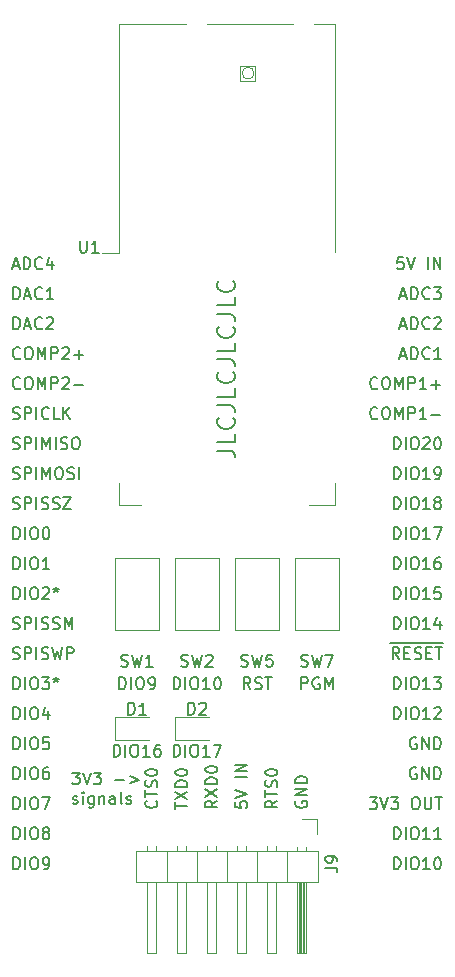
<source format=gbr>
G04 #@! TF.GenerationSoftware,KiCad,Pcbnew,(5.1.9)-1*
G04 #@! TF.CreationDate,2021-03-06T13:20:15+01:00*
G04 #@! TF.ProjectId,Jennic JN5148-001-M04 breakout,4a656e6e-6963-4204-9a4e-353134382d30,rev?*
G04 #@! TF.SameCoordinates,Original*
G04 #@! TF.FileFunction,Legend,Top*
G04 #@! TF.FilePolarity,Positive*
%FSLAX46Y46*%
G04 Gerber Fmt 4.6, Leading zero omitted, Abs format (unit mm)*
G04 Created by KiCad (PCBNEW (5.1.9)-1) date 2021-03-06 13:20:15*
%MOMM*%
%LPD*%
G01*
G04 APERTURE LIST*
%ADD10C,0.200000*%
%ADD11C,0.150000*%
%ADD12C,0.120000*%
G04 APERTURE END LIST*
D10*
X143958571Y-92018571D02*
X145030000Y-92018571D01*
X145244285Y-92090000D01*
X145387142Y-92232857D01*
X145458571Y-92447142D01*
X145458571Y-92590000D01*
X145458571Y-90590000D02*
X145458571Y-91304285D01*
X143958571Y-91304285D01*
X145315714Y-89232857D02*
X145387142Y-89304285D01*
X145458571Y-89518571D01*
X145458571Y-89661428D01*
X145387142Y-89875714D01*
X145244285Y-90018571D01*
X145101428Y-90090000D01*
X144815714Y-90161428D01*
X144601428Y-90161428D01*
X144315714Y-90090000D01*
X144172857Y-90018571D01*
X144030000Y-89875714D01*
X143958571Y-89661428D01*
X143958571Y-89518571D01*
X144030000Y-89304285D01*
X144101428Y-89232857D01*
X143958571Y-88161428D02*
X145030000Y-88161428D01*
X145244285Y-88232857D01*
X145387142Y-88375714D01*
X145458571Y-88590000D01*
X145458571Y-88732857D01*
X145458571Y-86732857D02*
X145458571Y-87447142D01*
X143958571Y-87447142D01*
X145315714Y-85375714D02*
X145387142Y-85447142D01*
X145458571Y-85661428D01*
X145458571Y-85804285D01*
X145387142Y-86018571D01*
X145244285Y-86161428D01*
X145101428Y-86232857D01*
X144815714Y-86304285D01*
X144601428Y-86304285D01*
X144315714Y-86232857D01*
X144172857Y-86161428D01*
X144030000Y-86018571D01*
X143958571Y-85804285D01*
X143958571Y-85661428D01*
X144030000Y-85447142D01*
X144101428Y-85375714D01*
X143958571Y-84304285D02*
X145030000Y-84304285D01*
X145244285Y-84375714D01*
X145387142Y-84518571D01*
X145458571Y-84732857D01*
X145458571Y-84875714D01*
X145458571Y-82875714D02*
X145458571Y-83590000D01*
X143958571Y-83590000D01*
X145315714Y-81518571D02*
X145387142Y-81590000D01*
X145458571Y-81804285D01*
X145458571Y-81947142D01*
X145387142Y-82161428D01*
X145244285Y-82304285D01*
X145101428Y-82375714D01*
X144815714Y-82447142D01*
X144601428Y-82447142D01*
X144315714Y-82375714D01*
X144172857Y-82304285D01*
X144030000Y-82161428D01*
X143958571Y-81947142D01*
X143958571Y-81804285D01*
X144030000Y-81590000D01*
X144101428Y-81518571D01*
X143958571Y-80447142D02*
X145030000Y-80447142D01*
X145244285Y-80518571D01*
X145387142Y-80661428D01*
X145458571Y-80875714D01*
X145458571Y-81018571D01*
X145458571Y-79018571D02*
X145458571Y-79732857D01*
X143958571Y-79732857D01*
X145315714Y-77661428D02*
X145387142Y-77732857D01*
X145458571Y-77947142D01*
X145458571Y-78090000D01*
X145387142Y-78304285D01*
X145244285Y-78447142D01*
X145101428Y-78518571D01*
X144815714Y-78590000D01*
X144601428Y-78590000D01*
X144315714Y-78518571D01*
X144172857Y-78447142D01*
X144030000Y-78304285D01*
X143958571Y-78090000D01*
X143958571Y-77947142D01*
X144030000Y-77732857D01*
X144101428Y-77661428D01*
D11*
X140263809Y-117927380D02*
X140263809Y-116927380D01*
X140501904Y-116927380D01*
X140644761Y-116975000D01*
X140740000Y-117070238D01*
X140787619Y-117165476D01*
X140835238Y-117355952D01*
X140835238Y-117498809D01*
X140787619Y-117689285D01*
X140740000Y-117784523D01*
X140644761Y-117879761D01*
X140501904Y-117927380D01*
X140263809Y-117927380D01*
X141263809Y-117927380D02*
X141263809Y-116927380D01*
X141930476Y-116927380D02*
X142120952Y-116927380D01*
X142216190Y-116975000D01*
X142311428Y-117070238D01*
X142359047Y-117260714D01*
X142359047Y-117594047D01*
X142311428Y-117784523D01*
X142216190Y-117879761D01*
X142120952Y-117927380D01*
X141930476Y-117927380D01*
X141835238Y-117879761D01*
X141740000Y-117784523D01*
X141692380Y-117594047D01*
X141692380Y-117260714D01*
X141740000Y-117070238D01*
X141835238Y-116975000D01*
X141930476Y-116927380D01*
X143311428Y-117927380D02*
X142740000Y-117927380D01*
X143025714Y-117927380D02*
X143025714Y-116927380D01*
X142930476Y-117070238D01*
X142835238Y-117165476D01*
X142740000Y-117213095D01*
X143644761Y-116927380D02*
X144311428Y-116927380D01*
X143882857Y-117927380D01*
X135183809Y-117927380D02*
X135183809Y-116927380D01*
X135421904Y-116927380D01*
X135564761Y-116975000D01*
X135660000Y-117070238D01*
X135707619Y-117165476D01*
X135755238Y-117355952D01*
X135755238Y-117498809D01*
X135707619Y-117689285D01*
X135660000Y-117784523D01*
X135564761Y-117879761D01*
X135421904Y-117927380D01*
X135183809Y-117927380D01*
X136183809Y-117927380D02*
X136183809Y-116927380D01*
X136850476Y-116927380D02*
X137040952Y-116927380D01*
X137136190Y-116975000D01*
X137231428Y-117070238D01*
X137279047Y-117260714D01*
X137279047Y-117594047D01*
X137231428Y-117784523D01*
X137136190Y-117879761D01*
X137040952Y-117927380D01*
X136850476Y-117927380D01*
X136755238Y-117879761D01*
X136660000Y-117784523D01*
X136612380Y-117594047D01*
X136612380Y-117260714D01*
X136660000Y-117070238D01*
X136755238Y-116975000D01*
X136850476Y-116927380D01*
X138231428Y-117927380D02*
X137660000Y-117927380D01*
X137945714Y-117927380D02*
X137945714Y-116927380D01*
X137850476Y-117070238D01*
X137755238Y-117165476D01*
X137660000Y-117213095D01*
X139088571Y-116927380D02*
X138898095Y-116927380D01*
X138802857Y-116975000D01*
X138755238Y-117022619D01*
X138660000Y-117165476D01*
X138612380Y-117355952D01*
X138612380Y-117736904D01*
X138660000Y-117832142D01*
X138707619Y-117879761D01*
X138802857Y-117927380D01*
X138993333Y-117927380D01*
X139088571Y-117879761D01*
X139136190Y-117832142D01*
X139183809Y-117736904D01*
X139183809Y-117498809D01*
X139136190Y-117403571D01*
X139088571Y-117355952D01*
X138993333Y-117308333D01*
X138802857Y-117308333D01*
X138707619Y-117355952D01*
X138660000Y-117403571D01*
X138612380Y-117498809D01*
X131685357Y-119277380D02*
X132304404Y-119277380D01*
X131971071Y-119658333D01*
X132113928Y-119658333D01*
X132209166Y-119705952D01*
X132256785Y-119753571D01*
X132304404Y-119848809D01*
X132304404Y-120086904D01*
X132256785Y-120182142D01*
X132209166Y-120229761D01*
X132113928Y-120277380D01*
X131828214Y-120277380D01*
X131732976Y-120229761D01*
X131685357Y-120182142D01*
X132590119Y-119277380D02*
X132923452Y-120277380D01*
X133256785Y-119277380D01*
X133494880Y-119277380D02*
X134113928Y-119277380D01*
X133780595Y-119658333D01*
X133923452Y-119658333D01*
X134018690Y-119705952D01*
X134066309Y-119753571D01*
X134113928Y-119848809D01*
X134113928Y-120086904D01*
X134066309Y-120182142D01*
X134018690Y-120229761D01*
X133923452Y-120277380D01*
X133637738Y-120277380D01*
X133542500Y-120229761D01*
X133494880Y-120182142D01*
X135304404Y-119896428D02*
X136066309Y-119896428D01*
X136542500Y-119610714D02*
X137304404Y-119896428D01*
X136542500Y-120182142D01*
X131732976Y-121879761D02*
X131828214Y-121927380D01*
X132018690Y-121927380D01*
X132113928Y-121879761D01*
X132161547Y-121784523D01*
X132161547Y-121736904D01*
X132113928Y-121641666D01*
X132018690Y-121594047D01*
X131875833Y-121594047D01*
X131780595Y-121546428D01*
X131732976Y-121451190D01*
X131732976Y-121403571D01*
X131780595Y-121308333D01*
X131875833Y-121260714D01*
X132018690Y-121260714D01*
X132113928Y-121308333D01*
X132590119Y-121927380D02*
X132590119Y-121260714D01*
X132590119Y-120927380D02*
X132542500Y-120975000D01*
X132590119Y-121022619D01*
X132637738Y-120975000D01*
X132590119Y-120927380D01*
X132590119Y-121022619D01*
X133494880Y-121260714D02*
X133494880Y-122070238D01*
X133447261Y-122165476D01*
X133399642Y-122213095D01*
X133304404Y-122260714D01*
X133161547Y-122260714D01*
X133066309Y-122213095D01*
X133494880Y-121879761D02*
X133399642Y-121927380D01*
X133209166Y-121927380D01*
X133113928Y-121879761D01*
X133066309Y-121832142D01*
X133018690Y-121736904D01*
X133018690Y-121451190D01*
X133066309Y-121355952D01*
X133113928Y-121308333D01*
X133209166Y-121260714D01*
X133399642Y-121260714D01*
X133494880Y-121308333D01*
X133971071Y-121260714D02*
X133971071Y-121927380D01*
X133971071Y-121355952D02*
X134018690Y-121308333D01*
X134113928Y-121260714D01*
X134256785Y-121260714D01*
X134352023Y-121308333D01*
X134399642Y-121403571D01*
X134399642Y-121927380D01*
X135304404Y-121927380D02*
X135304404Y-121403571D01*
X135256785Y-121308333D01*
X135161547Y-121260714D01*
X134971071Y-121260714D01*
X134875833Y-121308333D01*
X135304404Y-121879761D02*
X135209166Y-121927380D01*
X134971071Y-121927380D01*
X134875833Y-121879761D01*
X134828214Y-121784523D01*
X134828214Y-121689285D01*
X134875833Y-121594047D01*
X134971071Y-121546428D01*
X135209166Y-121546428D01*
X135304404Y-121498809D01*
X135923452Y-121927380D02*
X135828214Y-121879761D01*
X135780595Y-121784523D01*
X135780595Y-120927380D01*
X136256785Y-121879761D02*
X136352023Y-121927380D01*
X136542500Y-121927380D01*
X136637738Y-121879761D01*
X136685357Y-121784523D01*
X136685357Y-121736904D01*
X136637738Y-121641666D01*
X136542500Y-121594047D01*
X136399642Y-121594047D01*
X136304404Y-121546428D01*
X136256785Y-121451190D01*
X136256785Y-121403571D01*
X136304404Y-121308333D01*
X136399642Y-121260714D01*
X136542500Y-121260714D01*
X136637738Y-121308333D01*
X150630000Y-121695595D02*
X150582380Y-121790833D01*
X150582380Y-121933690D01*
X150630000Y-122076547D01*
X150725238Y-122171785D01*
X150820476Y-122219404D01*
X151010952Y-122267023D01*
X151153809Y-122267023D01*
X151344285Y-122219404D01*
X151439523Y-122171785D01*
X151534761Y-122076547D01*
X151582380Y-121933690D01*
X151582380Y-121838452D01*
X151534761Y-121695595D01*
X151487142Y-121647976D01*
X151153809Y-121647976D01*
X151153809Y-121838452D01*
X151582380Y-121219404D02*
X150582380Y-121219404D01*
X151582380Y-120647976D01*
X150582380Y-120647976D01*
X151582380Y-120171785D02*
X150582380Y-120171785D01*
X150582380Y-119933690D01*
X150630000Y-119790833D01*
X150725238Y-119695595D01*
X150820476Y-119647976D01*
X151010952Y-119600357D01*
X151153809Y-119600357D01*
X151344285Y-119647976D01*
X151439523Y-119695595D01*
X151534761Y-119790833D01*
X151582380Y-119933690D01*
X151582380Y-120171785D01*
X149042380Y-121647976D02*
X148566190Y-121981309D01*
X149042380Y-122219404D02*
X148042380Y-122219404D01*
X148042380Y-121838452D01*
X148090000Y-121743214D01*
X148137619Y-121695595D01*
X148232857Y-121647976D01*
X148375714Y-121647976D01*
X148470952Y-121695595D01*
X148518571Y-121743214D01*
X148566190Y-121838452D01*
X148566190Y-122219404D01*
X148042380Y-121362261D02*
X148042380Y-120790833D01*
X149042380Y-121076547D02*
X148042380Y-121076547D01*
X148994761Y-120505119D02*
X149042380Y-120362261D01*
X149042380Y-120124166D01*
X148994761Y-120028928D01*
X148947142Y-119981309D01*
X148851904Y-119933690D01*
X148756666Y-119933690D01*
X148661428Y-119981309D01*
X148613809Y-120028928D01*
X148566190Y-120124166D01*
X148518571Y-120314642D01*
X148470952Y-120409880D01*
X148423333Y-120457500D01*
X148328095Y-120505119D01*
X148232857Y-120505119D01*
X148137619Y-120457500D01*
X148090000Y-120409880D01*
X148042380Y-120314642D01*
X148042380Y-120076547D01*
X148090000Y-119933690D01*
X148042380Y-119314642D02*
X148042380Y-119219404D01*
X148090000Y-119124166D01*
X148137619Y-119076547D01*
X148232857Y-119028928D01*
X148423333Y-118981309D01*
X148661428Y-118981309D01*
X148851904Y-119028928D01*
X148947142Y-119076547D01*
X148994761Y-119124166D01*
X149042380Y-119219404D01*
X149042380Y-119314642D01*
X148994761Y-119409880D01*
X148947142Y-119457500D01*
X148851904Y-119505119D01*
X148661428Y-119552738D01*
X148423333Y-119552738D01*
X148232857Y-119505119D01*
X148137619Y-119457500D01*
X148090000Y-119409880D01*
X148042380Y-119314642D01*
X145502380Y-121743214D02*
X145502380Y-122219404D01*
X145978571Y-122267023D01*
X145930952Y-122219404D01*
X145883333Y-122124166D01*
X145883333Y-121886071D01*
X145930952Y-121790833D01*
X145978571Y-121743214D01*
X146073809Y-121695595D01*
X146311904Y-121695595D01*
X146407142Y-121743214D01*
X146454761Y-121790833D01*
X146502380Y-121886071D01*
X146502380Y-122124166D01*
X146454761Y-122219404D01*
X146407142Y-122267023D01*
X145502380Y-121409880D02*
X146502380Y-121076547D01*
X145502380Y-120743214D01*
X146502380Y-119647976D02*
X145502380Y-119647976D01*
X146502380Y-119171785D02*
X145502380Y-119171785D01*
X146502380Y-118600357D01*
X145502380Y-118600357D01*
X143962380Y-121647976D02*
X143486190Y-121981309D01*
X143962380Y-122219404D02*
X142962380Y-122219404D01*
X142962380Y-121838452D01*
X143010000Y-121743214D01*
X143057619Y-121695595D01*
X143152857Y-121647976D01*
X143295714Y-121647976D01*
X143390952Y-121695595D01*
X143438571Y-121743214D01*
X143486190Y-121838452D01*
X143486190Y-122219404D01*
X142962380Y-121314642D02*
X143962380Y-120647976D01*
X142962380Y-120647976D02*
X143962380Y-121314642D01*
X143962380Y-120267023D02*
X142962380Y-120267023D01*
X142962380Y-120028928D01*
X143010000Y-119886071D01*
X143105238Y-119790833D01*
X143200476Y-119743214D01*
X143390952Y-119695595D01*
X143533809Y-119695595D01*
X143724285Y-119743214D01*
X143819523Y-119790833D01*
X143914761Y-119886071D01*
X143962380Y-120028928D01*
X143962380Y-120267023D01*
X142962380Y-119076547D02*
X142962380Y-118981309D01*
X143010000Y-118886071D01*
X143057619Y-118838452D01*
X143152857Y-118790833D01*
X143343333Y-118743214D01*
X143581428Y-118743214D01*
X143771904Y-118790833D01*
X143867142Y-118838452D01*
X143914761Y-118886071D01*
X143962380Y-118981309D01*
X143962380Y-119076547D01*
X143914761Y-119171785D01*
X143867142Y-119219404D01*
X143771904Y-119267023D01*
X143581428Y-119314642D01*
X143343333Y-119314642D01*
X143152857Y-119267023D01*
X143057619Y-119219404D01*
X143010000Y-119171785D01*
X142962380Y-119076547D01*
X140422380Y-122362261D02*
X140422380Y-121790833D01*
X141422380Y-122076547D02*
X140422380Y-122076547D01*
X140422380Y-121552738D02*
X141422380Y-120886071D01*
X140422380Y-120886071D02*
X141422380Y-121552738D01*
X141422380Y-120505119D02*
X140422380Y-120505119D01*
X140422380Y-120267023D01*
X140470000Y-120124166D01*
X140565238Y-120028928D01*
X140660476Y-119981309D01*
X140850952Y-119933690D01*
X140993809Y-119933690D01*
X141184285Y-119981309D01*
X141279523Y-120028928D01*
X141374761Y-120124166D01*
X141422380Y-120267023D01*
X141422380Y-120505119D01*
X140422380Y-119314642D02*
X140422380Y-119219404D01*
X140470000Y-119124166D01*
X140517619Y-119076547D01*
X140612857Y-119028928D01*
X140803333Y-118981309D01*
X141041428Y-118981309D01*
X141231904Y-119028928D01*
X141327142Y-119076547D01*
X141374761Y-119124166D01*
X141422380Y-119219404D01*
X141422380Y-119314642D01*
X141374761Y-119409880D01*
X141327142Y-119457500D01*
X141231904Y-119505119D01*
X141041428Y-119552738D01*
X140803333Y-119552738D01*
X140612857Y-119505119D01*
X140517619Y-119457500D01*
X140470000Y-119409880D01*
X140422380Y-119314642D01*
X138787142Y-121647976D02*
X138834761Y-121695595D01*
X138882380Y-121838452D01*
X138882380Y-121933690D01*
X138834761Y-122076547D01*
X138739523Y-122171785D01*
X138644285Y-122219404D01*
X138453809Y-122267023D01*
X138310952Y-122267023D01*
X138120476Y-122219404D01*
X138025238Y-122171785D01*
X137930000Y-122076547D01*
X137882380Y-121933690D01*
X137882380Y-121838452D01*
X137930000Y-121695595D01*
X137977619Y-121647976D01*
X137882380Y-121362261D02*
X137882380Y-120790833D01*
X138882380Y-121076547D02*
X137882380Y-121076547D01*
X138834761Y-120505119D02*
X138882380Y-120362261D01*
X138882380Y-120124166D01*
X138834761Y-120028928D01*
X138787142Y-119981309D01*
X138691904Y-119933690D01*
X138596666Y-119933690D01*
X138501428Y-119981309D01*
X138453809Y-120028928D01*
X138406190Y-120124166D01*
X138358571Y-120314642D01*
X138310952Y-120409880D01*
X138263333Y-120457500D01*
X138168095Y-120505119D01*
X138072857Y-120505119D01*
X137977619Y-120457500D01*
X137930000Y-120409880D01*
X137882380Y-120314642D01*
X137882380Y-120076547D01*
X137930000Y-119933690D01*
X137882380Y-119314642D02*
X137882380Y-119219404D01*
X137930000Y-119124166D01*
X137977619Y-119076547D01*
X138072857Y-119028928D01*
X138263333Y-118981309D01*
X138501428Y-118981309D01*
X138691904Y-119028928D01*
X138787142Y-119076547D01*
X138834761Y-119124166D01*
X138882380Y-119219404D01*
X138882380Y-119314642D01*
X138834761Y-119409880D01*
X138787142Y-119457500D01*
X138691904Y-119505119D01*
X138501428Y-119552738D01*
X138263333Y-119552738D01*
X138072857Y-119505119D01*
X137977619Y-119457500D01*
X137930000Y-119409880D01*
X137882380Y-119314642D01*
X159716547Y-75652380D02*
X159240357Y-75652380D01*
X159192738Y-76128571D01*
X159240357Y-76080952D01*
X159335595Y-76033333D01*
X159573690Y-76033333D01*
X159668928Y-76080952D01*
X159716547Y-76128571D01*
X159764166Y-76223809D01*
X159764166Y-76461904D01*
X159716547Y-76557142D01*
X159668928Y-76604761D01*
X159573690Y-76652380D01*
X159335595Y-76652380D01*
X159240357Y-76604761D01*
X159192738Y-76557142D01*
X160049880Y-75652380D02*
X160383214Y-76652380D01*
X160716547Y-75652380D01*
X161811785Y-76652380D02*
X161811785Y-75652380D01*
X162287976Y-76652380D02*
X162287976Y-75652380D01*
X162859404Y-76652380D01*
X162859404Y-75652380D01*
X159478452Y-78906666D02*
X159954642Y-78906666D01*
X159383214Y-79192380D02*
X159716547Y-78192380D01*
X160049880Y-79192380D01*
X160383214Y-79192380D02*
X160383214Y-78192380D01*
X160621309Y-78192380D01*
X160764166Y-78240000D01*
X160859404Y-78335238D01*
X160907023Y-78430476D01*
X160954642Y-78620952D01*
X160954642Y-78763809D01*
X160907023Y-78954285D01*
X160859404Y-79049523D01*
X160764166Y-79144761D01*
X160621309Y-79192380D01*
X160383214Y-79192380D01*
X161954642Y-79097142D02*
X161907023Y-79144761D01*
X161764166Y-79192380D01*
X161668928Y-79192380D01*
X161526071Y-79144761D01*
X161430833Y-79049523D01*
X161383214Y-78954285D01*
X161335595Y-78763809D01*
X161335595Y-78620952D01*
X161383214Y-78430476D01*
X161430833Y-78335238D01*
X161526071Y-78240000D01*
X161668928Y-78192380D01*
X161764166Y-78192380D01*
X161907023Y-78240000D01*
X161954642Y-78287619D01*
X162287976Y-78192380D02*
X162907023Y-78192380D01*
X162573690Y-78573333D01*
X162716547Y-78573333D01*
X162811785Y-78620952D01*
X162859404Y-78668571D01*
X162907023Y-78763809D01*
X162907023Y-79001904D01*
X162859404Y-79097142D01*
X162811785Y-79144761D01*
X162716547Y-79192380D01*
X162430833Y-79192380D01*
X162335595Y-79144761D01*
X162287976Y-79097142D01*
X159478452Y-81446666D02*
X159954642Y-81446666D01*
X159383214Y-81732380D02*
X159716547Y-80732380D01*
X160049880Y-81732380D01*
X160383214Y-81732380D02*
X160383214Y-80732380D01*
X160621309Y-80732380D01*
X160764166Y-80780000D01*
X160859404Y-80875238D01*
X160907023Y-80970476D01*
X160954642Y-81160952D01*
X160954642Y-81303809D01*
X160907023Y-81494285D01*
X160859404Y-81589523D01*
X160764166Y-81684761D01*
X160621309Y-81732380D01*
X160383214Y-81732380D01*
X161954642Y-81637142D02*
X161907023Y-81684761D01*
X161764166Y-81732380D01*
X161668928Y-81732380D01*
X161526071Y-81684761D01*
X161430833Y-81589523D01*
X161383214Y-81494285D01*
X161335595Y-81303809D01*
X161335595Y-81160952D01*
X161383214Y-80970476D01*
X161430833Y-80875238D01*
X161526071Y-80780000D01*
X161668928Y-80732380D01*
X161764166Y-80732380D01*
X161907023Y-80780000D01*
X161954642Y-80827619D01*
X162335595Y-80827619D02*
X162383214Y-80780000D01*
X162478452Y-80732380D01*
X162716547Y-80732380D01*
X162811785Y-80780000D01*
X162859404Y-80827619D01*
X162907023Y-80922857D01*
X162907023Y-81018095D01*
X162859404Y-81160952D01*
X162287976Y-81732380D01*
X162907023Y-81732380D01*
X159478452Y-83986666D02*
X159954642Y-83986666D01*
X159383214Y-84272380D02*
X159716547Y-83272380D01*
X160049880Y-84272380D01*
X160383214Y-84272380D02*
X160383214Y-83272380D01*
X160621309Y-83272380D01*
X160764166Y-83320000D01*
X160859404Y-83415238D01*
X160907023Y-83510476D01*
X160954642Y-83700952D01*
X160954642Y-83843809D01*
X160907023Y-84034285D01*
X160859404Y-84129523D01*
X160764166Y-84224761D01*
X160621309Y-84272380D01*
X160383214Y-84272380D01*
X161954642Y-84177142D02*
X161907023Y-84224761D01*
X161764166Y-84272380D01*
X161668928Y-84272380D01*
X161526071Y-84224761D01*
X161430833Y-84129523D01*
X161383214Y-84034285D01*
X161335595Y-83843809D01*
X161335595Y-83700952D01*
X161383214Y-83510476D01*
X161430833Y-83415238D01*
X161526071Y-83320000D01*
X161668928Y-83272380D01*
X161764166Y-83272380D01*
X161907023Y-83320000D01*
X161954642Y-83367619D01*
X162907023Y-84272380D02*
X162335595Y-84272380D01*
X162621309Y-84272380D02*
X162621309Y-83272380D01*
X162526071Y-83415238D01*
X162430833Y-83510476D01*
X162335595Y-83558095D01*
X157526071Y-86717142D02*
X157478452Y-86764761D01*
X157335595Y-86812380D01*
X157240357Y-86812380D01*
X157097500Y-86764761D01*
X157002261Y-86669523D01*
X156954642Y-86574285D01*
X156907023Y-86383809D01*
X156907023Y-86240952D01*
X156954642Y-86050476D01*
X157002261Y-85955238D01*
X157097500Y-85860000D01*
X157240357Y-85812380D01*
X157335595Y-85812380D01*
X157478452Y-85860000D01*
X157526071Y-85907619D01*
X158145119Y-85812380D02*
X158335595Y-85812380D01*
X158430833Y-85860000D01*
X158526071Y-85955238D01*
X158573690Y-86145714D01*
X158573690Y-86479047D01*
X158526071Y-86669523D01*
X158430833Y-86764761D01*
X158335595Y-86812380D01*
X158145119Y-86812380D01*
X158049880Y-86764761D01*
X157954642Y-86669523D01*
X157907023Y-86479047D01*
X157907023Y-86145714D01*
X157954642Y-85955238D01*
X158049880Y-85860000D01*
X158145119Y-85812380D01*
X159002261Y-86812380D02*
X159002261Y-85812380D01*
X159335595Y-86526666D01*
X159668928Y-85812380D01*
X159668928Y-86812380D01*
X160145119Y-86812380D02*
X160145119Y-85812380D01*
X160526071Y-85812380D01*
X160621309Y-85860000D01*
X160668928Y-85907619D01*
X160716547Y-86002857D01*
X160716547Y-86145714D01*
X160668928Y-86240952D01*
X160621309Y-86288571D01*
X160526071Y-86336190D01*
X160145119Y-86336190D01*
X161668928Y-86812380D02*
X161097500Y-86812380D01*
X161383214Y-86812380D02*
X161383214Y-85812380D01*
X161287976Y-85955238D01*
X161192738Y-86050476D01*
X161097500Y-86098095D01*
X162097500Y-86431428D02*
X162859404Y-86431428D01*
X162478452Y-86812380D02*
X162478452Y-86050476D01*
X157526071Y-89257142D02*
X157478452Y-89304761D01*
X157335595Y-89352380D01*
X157240357Y-89352380D01*
X157097500Y-89304761D01*
X157002261Y-89209523D01*
X156954642Y-89114285D01*
X156907023Y-88923809D01*
X156907023Y-88780952D01*
X156954642Y-88590476D01*
X157002261Y-88495238D01*
X157097500Y-88400000D01*
X157240357Y-88352380D01*
X157335595Y-88352380D01*
X157478452Y-88400000D01*
X157526071Y-88447619D01*
X158145119Y-88352380D02*
X158335595Y-88352380D01*
X158430833Y-88400000D01*
X158526071Y-88495238D01*
X158573690Y-88685714D01*
X158573690Y-89019047D01*
X158526071Y-89209523D01*
X158430833Y-89304761D01*
X158335595Y-89352380D01*
X158145119Y-89352380D01*
X158049880Y-89304761D01*
X157954642Y-89209523D01*
X157907023Y-89019047D01*
X157907023Y-88685714D01*
X157954642Y-88495238D01*
X158049880Y-88400000D01*
X158145119Y-88352380D01*
X159002261Y-89352380D02*
X159002261Y-88352380D01*
X159335595Y-89066666D01*
X159668928Y-88352380D01*
X159668928Y-89352380D01*
X160145119Y-89352380D02*
X160145119Y-88352380D01*
X160526071Y-88352380D01*
X160621309Y-88400000D01*
X160668928Y-88447619D01*
X160716547Y-88542857D01*
X160716547Y-88685714D01*
X160668928Y-88780952D01*
X160621309Y-88828571D01*
X160526071Y-88876190D01*
X160145119Y-88876190D01*
X161668928Y-89352380D02*
X161097500Y-89352380D01*
X161383214Y-89352380D02*
X161383214Y-88352380D01*
X161287976Y-88495238D01*
X161192738Y-88590476D01*
X161097500Y-88638095D01*
X162097500Y-88971428D02*
X162859404Y-88971428D01*
X158907023Y-91892380D02*
X158907023Y-90892380D01*
X159145119Y-90892380D01*
X159287976Y-90940000D01*
X159383214Y-91035238D01*
X159430833Y-91130476D01*
X159478452Y-91320952D01*
X159478452Y-91463809D01*
X159430833Y-91654285D01*
X159383214Y-91749523D01*
X159287976Y-91844761D01*
X159145119Y-91892380D01*
X158907023Y-91892380D01*
X159907023Y-91892380D02*
X159907023Y-90892380D01*
X160573690Y-90892380D02*
X160764166Y-90892380D01*
X160859404Y-90940000D01*
X160954642Y-91035238D01*
X161002261Y-91225714D01*
X161002261Y-91559047D01*
X160954642Y-91749523D01*
X160859404Y-91844761D01*
X160764166Y-91892380D01*
X160573690Y-91892380D01*
X160478452Y-91844761D01*
X160383214Y-91749523D01*
X160335595Y-91559047D01*
X160335595Y-91225714D01*
X160383214Y-91035238D01*
X160478452Y-90940000D01*
X160573690Y-90892380D01*
X161383214Y-90987619D02*
X161430833Y-90940000D01*
X161526071Y-90892380D01*
X161764166Y-90892380D01*
X161859404Y-90940000D01*
X161907023Y-90987619D01*
X161954642Y-91082857D01*
X161954642Y-91178095D01*
X161907023Y-91320952D01*
X161335595Y-91892380D01*
X161954642Y-91892380D01*
X162573690Y-90892380D02*
X162668928Y-90892380D01*
X162764166Y-90940000D01*
X162811785Y-90987619D01*
X162859404Y-91082857D01*
X162907023Y-91273333D01*
X162907023Y-91511428D01*
X162859404Y-91701904D01*
X162811785Y-91797142D01*
X162764166Y-91844761D01*
X162668928Y-91892380D01*
X162573690Y-91892380D01*
X162478452Y-91844761D01*
X162430833Y-91797142D01*
X162383214Y-91701904D01*
X162335595Y-91511428D01*
X162335595Y-91273333D01*
X162383214Y-91082857D01*
X162430833Y-90987619D01*
X162478452Y-90940000D01*
X162573690Y-90892380D01*
X158907023Y-94432380D02*
X158907023Y-93432380D01*
X159145119Y-93432380D01*
X159287976Y-93480000D01*
X159383214Y-93575238D01*
X159430833Y-93670476D01*
X159478452Y-93860952D01*
X159478452Y-94003809D01*
X159430833Y-94194285D01*
X159383214Y-94289523D01*
X159287976Y-94384761D01*
X159145119Y-94432380D01*
X158907023Y-94432380D01*
X159907023Y-94432380D02*
X159907023Y-93432380D01*
X160573690Y-93432380D02*
X160764166Y-93432380D01*
X160859404Y-93480000D01*
X160954642Y-93575238D01*
X161002261Y-93765714D01*
X161002261Y-94099047D01*
X160954642Y-94289523D01*
X160859404Y-94384761D01*
X160764166Y-94432380D01*
X160573690Y-94432380D01*
X160478452Y-94384761D01*
X160383214Y-94289523D01*
X160335595Y-94099047D01*
X160335595Y-93765714D01*
X160383214Y-93575238D01*
X160478452Y-93480000D01*
X160573690Y-93432380D01*
X161954642Y-94432380D02*
X161383214Y-94432380D01*
X161668928Y-94432380D02*
X161668928Y-93432380D01*
X161573690Y-93575238D01*
X161478452Y-93670476D01*
X161383214Y-93718095D01*
X162430833Y-94432380D02*
X162621309Y-94432380D01*
X162716547Y-94384761D01*
X162764166Y-94337142D01*
X162859404Y-94194285D01*
X162907023Y-94003809D01*
X162907023Y-93622857D01*
X162859404Y-93527619D01*
X162811785Y-93480000D01*
X162716547Y-93432380D01*
X162526071Y-93432380D01*
X162430833Y-93480000D01*
X162383214Y-93527619D01*
X162335595Y-93622857D01*
X162335595Y-93860952D01*
X162383214Y-93956190D01*
X162430833Y-94003809D01*
X162526071Y-94051428D01*
X162716547Y-94051428D01*
X162811785Y-94003809D01*
X162859404Y-93956190D01*
X162907023Y-93860952D01*
X158907023Y-96972380D02*
X158907023Y-95972380D01*
X159145119Y-95972380D01*
X159287976Y-96020000D01*
X159383214Y-96115238D01*
X159430833Y-96210476D01*
X159478452Y-96400952D01*
X159478452Y-96543809D01*
X159430833Y-96734285D01*
X159383214Y-96829523D01*
X159287976Y-96924761D01*
X159145119Y-96972380D01*
X158907023Y-96972380D01*
X159907023Y-96972380D02*
X159907023Y-95972380D01*
X160573690Y-95972380D02*
X160764166Y-95972380D01*
X160859404Y-96020000D01*
X160954642Y-96115238D01*
X161002261Y-96305714D01*
X161002261Y-96639047D01*
X160954642Y-96829523D01*
X160859404Y-96924761D01*
X160764166Y-96972380D01*
X160573690Y-96972380D01*
X160478452Y-96924761D01*
X160383214Y-96829523D01*
X160335595Y-96639047D01*
X160335595Y-96305714D01*
X160383214Y-96115238D01*
X160478452Y-96020000D01*
X160573690Y-95972380D01*
X161954642Y-96972380D02*
X161383214Y-96972380D01*
X161668928Y-96972380D02*
X161668928Y-95972380D01*
X161573690Y-96115238D01*
X161478452Y-96210476D01*
X161383214Y-96258095D01*
X162526071Y-96400952D02*
X162430833Y-96353333D01*
X162383214Y-96305714D01*
X162335595Y-96210476D01*
X162335595Y-96162857D01*
X162383214Y-96067619D01*
X162430833Y-96020000D01*
X162526071Y-95972380D01*
X162716547Y-95972380D01*
X162811785Y-96020000D01*
X162859404Y-96067619D01*
X162907023Y-96162857D01*
X162907023Y-96210476D01*
X162859404Y-96305714D01*
X162811785Y-96353333D01*
X162716547Y-96400952D01*
X162526071Y-96400952D01*
X162430833Y-96448571D01*
X162383214Y-96496190D01*
X162335595Y-96591428D01*
X162335595Y-96781904D01*
X162383214Y-96877142D01*
X162430833Y-96924761D01*
X162526071Y-96972380D01*
X162716547Y-96972380D01*
X162811785Y-96924761D01*
X162859404Y-96877142D01*
X162907023Y-96781904D01*
X162907023Y-96591428D01*
X162859404Y-96496190D01*
X162811785Y-96448571D01*
X162716547Y-96400952D01*
X158907023Y-99512380D02*
X158907023Y-98512380D01*
X159145119Y-98512380D01*
X159287976Y-98560000D01*
X159383214Y-98655238D01*
X159430833Y-98750476D01*
X159478452Y-98940952D01*
X159478452Y-99083809D01*
X159430833Y-99274285D01*
X159383214Y-99369523D01*
X159287976Y-99464761D01*
X159145119Y-99512380D01*
X158907023Y-99512380D01*
X159907023Y-99512380D02*
X159907023Y-98512380D01*
X160573690Y-98512380D02*
X160764166Y-98512380D01*
X160859404Y-98560000D01*
X160954642Y-98655238D01*
X161002261Y-98845714D01*
X161002261Y-99179047D01*
X160954642Y-99369523D01*
X160859404Y-99464761D01*
X160764166Y-99512380D01*
X160573690Y-99512380D01*
X160478452Y-99464761D01*
X160383214Y-99369523D01*
X160335595Y-99179047D01*
X160335595Y-98845714D01*
X160383214Y-98655238D01*
X160478452Y-98560000D01*
X160573690Y-98512380D01*
X161954642Y-99512380D02*
X161383214Y-99512380D01*
X161668928Y-99512380D02*
X161668928Y-98512380D01*
X161573690Y-98655238D01*
X161478452Y-98750476D01*
X161383214Y-98798095D01*
X162287976Y-98512380D02*
X162954642Y-98512380D01*
X162526071Y-99512380D01*
X158907023Y-102052380D02*
X158907023Y-101052380D01*
X159145119Y-101052380D01*
X159287976Y-101100000D01*
X159383214Y-101195238D01*
X159430833Y-101290476D01*
X159478452Y-101480952D01*
X159478452Y-101623809D01*
X159430833Y-101814285D01*
X159383214Y-101909523D01*
X159287976Y-102004761D01*
X159145119Y-102052380D01*
X158907023Y-102052380D01*
X159907023Y-102052380D02*
X159907023Y-101052380D01*
X160573690Y-101052380D02*
X160764166Y-101052380D01*
X160859404Y-101100000D01*
X160954642Y-101195238D01*
X161002261Y-101385714D01*
X161002261Y-101719047D01*
X160954642Y-101909523D01*
X160859404Y-102004761D01*
X160764166Y-102052380D01*
X160573690Y-102052380D01*
X160478452Y-102004761D01*
X160383214Y-101909523D01*
X160335595Y-101719047D01*
X160335595Y-101385714D01*
X160383214Y-101195238D01*
X160478452Y-101100000D01*
X160573690Y-101052380D01*
X161954642Y-102052380D02*
X161383214Y-102052380D01*
X161668928Y-102052380D02*
X161668928Y-101052380D01*
X161573690Y-101195238D01*
X161478452Y-101290476D01*
X161383214Y-101338095D01*
X162811785Y-101052380D02*
X162621309Y-101052380D01*
X162526071Y-101100000D01*
X162478452Y-101147619D01*
X162383214Y-101290476D01*
X162335595Y-101480952D01*
X162335595Y-101861904D01*
X162383214Y-101957142D01*
X162430833Y-102004761D01*
X162526071Y-102052380D01*
X162716547Y-102052380D01*
X162811785Y-102004761D01*
X162859404Y-101957142D01*
X162907023Y-101861904D01*
X162907023Y-101623809D01*
X162859404Y-101528571D01*
X162811785Y-101480952D01*
X162716547Y-101433333D01*
X162526071Y-101433333D01*
X162430833Y-101480952D01*
X162383214Y-101528571D01*
X162335595Y-101623809D01*
X158907023Y-104592380D02*
X158907023Y-103592380D01*
X159145119Y-103592380D01*
X159287976Y-103640000D01*
X159383214Y-103735238D01*
X159430833Y-103830476D01*
X159478452Y-104020952D01*
X159478452Y-104163809D01*
X159430833Y-104354285D01*
X159383214Y-104449523D01*
X159287976Y-104544761D01*
X159145119Y-104592380D01*
X158907023Y-104592380D01*
X159907023Y-104592380D02*
X159907023Y-103592380D01*
X160573690Y-103592380D02*
X160764166Y-103592380D01*
X160859404Y-103640000D01*
X160954642Y-103735238D01*
X161002261Y-103925714D01*
X161002261Y-104259047D01*
X160954642Y-104449523D01*
X160859404Y-104544761D01*
X160764166Y-104592380D01*
X160573690Y-104592380D01*
X160478452Y-104544761D01*
X160383214Y-104449523D01*
X160335595Y-104259047D01*
X160335595Y-103925714D01*
X160383214Y-103735238D01*
X160478452Y-103640000D01*
X160573690Y-103592380D01*
X161954642Y-104592380D02*
X161383214Y-104592380D01*
X161668928Y-104592380D02*
X161668928Y-103592380D01*
X161573690Y-103735238D01*
X161478452Y-103830476D01*
X161383214Y-103878095D01*
X162859404Y-103592380D02*
X162383214Y-103592380D01*
X162335595Y-104068571D01*
X162383214Y-104020952D01*
X162478452Y-103973333D01*
X162716547Y-103973333D01*
X162811785Y-104020952D01*
X162859404Y-104068571D01*
X162907023Y-104163809D01*
X162907023Y-104401904D01*
X162859404Y-104497142D01*
X162811785Y-104544761D01*
X162716547Y-104592380D01*
X162478452Y-104592380D01*
X162383214Y-104544761D01*
X162335595Y-104497142D01*
X158907023Y-107132380D02*
X158907023Y-106132380D01*
X159145119Y-106132380D01*
X159287976Y-106180000D01*
X159383214Y-106275238D01*
X159430833Y-106370476D01*
X159478452Y-106560952D01*
X159478452Y-106703809D01*
X159430833Y-106894285D01*
X159383214Y-106989523D01*
X159287976Y-107084761D01*
X159145119Y-107132380D01*
X158907023Y-107132380D01*
X159907023Y-107132380D02*
X159907023Y-106132380D01*
X160573690Y-106132380D02*
X160764166Y-106132380D01*
X160859404Y-106180000D01*
X160954642Y-106275238D01*
X161002261Y-106465714D01*
X161002261Y-106799047D01*
X160954642Y-106989523D01*
X160859404Y-107084761D01*
X160764166Y-107132380D01*
X160573690Y-107132380D01*
X160478452Y-107084761D01*
X160383214Y-106989523D01*
X160335595Y-106799047D01*
X160335595Y-106465714D01*
X160383214Y-106275238D01*
X160478452Y-106180000D01*
X160573690Y-106132380D01*
X161954642Y-107132380D02*
X161383214Y-107132380D01*
X161668928Y-107132380D02*
X161668928Y-106132380D01*
X161573690Y-106275238D01*
X161478452Y-106370476D01*
X161383214Y-106418095D01*
X162811785Y-106465714D02*
X162811785Y-107132380D01*
X162573690Y-106084761D02*
X162335595Y-106799047D01*
X162954642Y-106799047D01*
X158573690Y-108305000D02*
X159573690Y-108305000D01*
X159383214Y-109672380D02*
X159049880Y-109196190D01*
X158811785Y-109672380D02*
X158811785Y-108672380D01*
X159192738Y-108672380D01*
X159287976Y-108720000D01*
X159335595Y-108767619D01*
X159383214Y-108862857D01*
X159383214Y-109005714D01*
X159335595Y-109100952D01*
X159287976Y-109148571D01*
X159192738Y-109196190D01*
X158811785Y-109196190D01*
X159573690Y-108305000D02*
X160478452Y-108305000D01*
X159811785Y-109148571D02*
X160145119Y-109148571D01*
X160287976Y-109672380D02*
X159811785Y-109672380D01*
X159811785Y-108672380D01*
X160287976Y-108672380D01*
X160478452Y-108305000D02*
X161430833Y-108305000D01*
X160668928Y-109624761D02*
X160811785Y-109672380D01*
X161049880Y-109672380D01*
X161145119Y-109624761D01*
X161192738Y-109577142D01*
X161240357Y-109481904D01*
X161240357Y-109386666D01*
X161192738Y-109291428D01*
X161145119Y-109243809D01*
X161049880Y-109196190D01*
X160859404Y-109148571D01*
X160764166Y-109100952D01*
X160716547Y-109053333D01*
X160668928Y-108958095D01*
X160668928Y-108862857D01*
X160716547Y-108767619D01*
X160764166Y-108720000D01*
X160859404Y-108672380D01*
X161097500Y-108672380D01*
X161240357Y-108720000D01*
X161430833Y-108305000D02*
X162335595Y-108305000D01*
X161668928Y-109148571D02*
X162002261Y-109148571D01*
X162145119Y-109672380D02*
X161668928Y-109672380D01*
X161668928Y-108672380D01*
X162145119Y-108672380D01*
X162335595Y-108305000D02*
X163097500Y-108305000D01*
X162430833Y-108672380D02*
X163002261Y-108672380D01*
X162716547Y-109672380D02*
X162716547Y-108672380D01*
X158907023Y-112212380D02*
X158907023Y-111212380D01*
X159145119Y-111212380D01*
X159287976Y-111260000D01*
X159383214Y-111355238D01*
X159430833Y-111450476D01*
X159478452Y-111640952D01*
X159478452Y-111783809D01*
X159430833Y-111974285D01*
X159383214Y-112069523D01*
X159287976Y-112164761D01*
X159145119Y-112212380D01*
X158907023Y-112212380D01*
X159907023Y-112212380D02*
X159907023Y-111212380D01*
X160573690Y-111212380D02*
X160764166Y-111212380D01*
X160859404Y-111260000D01*
X160954642Y-111355238D01*
X161002261Y-111545714D01*
X161002261Y-111879047D01*
X160954642Y-112069523D01*
X160859404Y-112164761D01*
X160764166Y-112212380D01*
X160573690Y-112212380D01*
X160478452Y-112164761D01*
X160383214Y-112069523D01*
X160335595Y-111879047D01*
X160335595Y-111545714D01*
X160383214Y-111355238D01*
X160478452Y-111260000D01*
X160573690Y-111212380D01*
X161954642Y-112212380D02*
X161383214Y-112212380D01*
X161668928Y-112212380D02*
X161668928Y-111212380D01*
X161573690Y-111355238D01*
X161478452Y-111450476D01*
X161383214Y-111498095D01*
X162287976Y-111212380D02*
X162907023Y-111212380D01*
X162573690Y-111593333D01*
X162716547Y-111593333D01*
X162811785Y-111640952D01*
X162859404Y-111688571D01*
X162907023Y-111783809D01*
X162907023Y-112021904D01*
X162859404Y-112117142D01*
X162811785Y-112164761D01*
X162716547Y-112212380D01*
X162430833Y-112212380D01*
X162335595Y-112164761D01*
X162287976Y-112117142D01*
X158907023Y-114752380D02*
X158907023Y-113752380D01*
X159145119Y-113752380D01*
X159287976Y-113800000D01*
X159383214Y-113895238D01*
X159430833Y-113990476D01*
X159478452Y-114180952D01*
X159478452Y-114323809D01*
X159430833Y-114514285D01*
X159383214Y-114609523D01*
X159287976Y-114704761D01*
X159145119Y-114752380D01*
X158907023Y-114752380D01*
X159907023Y-114752380D02*
X159907023Y-113752380D01*
X160573690Y-113752380D02*
X160764166Y-113752380D01*
X160859404Y-113800000D01*
X160954642Y-113895238D01*
X161002261Y-114085714D01*
X161002261Y-114419047D01*
X160954642Y-114609523D01*
X160859404Y-114704761D01*
X160764166Y-114752380D01*
X160573690Y-114752380D01*
X160478452Y-114704761D01*
X160383214Y-114609523D01*
X160335595Y-114419047D01*
X160335595Y-114085714D01*
X160383214Y-113895238D01*
X160478452Y-113800000D01*
X160573690Y-113752380D01*
X161954642Y-114752380D02*
X161383214Y-114752380D01*
X161668928Y-114752380D02*
X161668928Y-113752380D01*
X161573690Y-113895238D01*
X161478452Y-113990476D01*
X161383214Y-114038095D01*
X162335595Y-113847619D02*
X162383214Y-113800000D01*
X162478452Y-113752380D01*
X162716547Y-113752380D01*
X162811785Y-113800000D01*
X162859404Y-113847619D01*
X162907023Y-113942857D01*
X162907023Y-114038095D01*
X162859404Y-114180952D01*
X162287976Y-114752380D01*
X162907023Y-114752380D01*
X160811785Y-116340000D02*
X160716547Y-116292380D01*
X160573690Y-116292380D01*
X160430833Y-116340000D01*
X160335595Y-116435238D01*
X160287976Y-116530476D01*
X160240357Y-116720952D01*
X160240357Y-116863809D01*
X160287976Y-117054285D01*
X160335595Y-117149523D01*
X160430833Y-117244761D01*
X160573690Y-117292380D01*
X160668928Y-117292380D01*
X160811785Y-117244761D01*
X160859404Y-117197142D01*
X160859404Y-116863809D01*
X160668928Y-116863809D01*
X161287976Y-117292380D02*
X161287976Y-116292380D01*
X161859404Y-117292380D01*
X161859404Y-116292380D01*
X162335595Y-117292380D02*
X162335595Y-116292380D01*
X162573690Y-116292380D01*
X162716547Y-116340000D01*
X162811785Y-116435238D01*
X162859404Y-116530476D01*
X162907023Y-116720952D01*
X162907023Y-116863809D01*
X162859404Y-117054285D01*
X162811785Y-117149523D01*
X162716547Y-117244761D01*
X162573690Y-117292380D01*
X162335595Y-117292380D01*
X160811785Y-118880000D02*
X160716547Y-118832380D01*
X160573690Y-118832380D01*
X160430833Y-118880000D01*
X160335595Y-118975238D01*
X160287976Y-119070476D01*
X160240357Y-119260952D01*
X160240357Y-119403809D01*
X160287976Y-119594285D01*
X160335595Y-119689523D01*
X160430833Y-119784761D01*
X160573690Y-119832380D01*
X160668928Y-119832380D01*
X160811785Y-119784761D01*
X160859404Y-119737142D01*
X160859404Y-119403809D01*
X160668928Y-119403809D01*
X161287976Y-119832380D02*
X161287976Y-118832380D01*
X161859404Y-119832380D01*
X161859404Y-118832380D01*
X162335595Y-119832380D02*
X162335595Y-118832380D01*
X162573690Y-118832380D01*
X162716547Y-118880000D01*
X162811785Y-118975238D01*
X162859404Y-119070476D01*
X162907023Y-119260952D01*
X162907023Y-119403809D01*
X162859404Y-119594285D01*
X162811785Y-119689523D01*
X162716547Y-119784761D01*
X162573690Y-119832380D01*
X162335595Y-119832380D01*
X156859404Y-121372380D02*
X157478452Y-121372380D01*
X157145119Y-121753333D01*
X157287976Y-121753333D01*
X157383214Y-121800952D01*
X157430833Y-121848571D01*
X157478452Y-121943809D01*
X157478452Y-122181904D01*
X157430833Y-122277142D01*
X157383214Y-122324761D01*
X157287976Y-122372380D01*
X157002261Y-122372380D01*
X156907023Y-122324761D01*
X156859404Y-122277142D01*
X157764166Y-121372380D02*
X158097500Y-122372380D01*
X158430833Y-121372380D01*
X158668928Y-121372380D02*
X159287976Y-121372380D01*
X158954642Y-121753333D01*
X159097500Y-121753333D01*
X159192738Y-121800952D01*
X159240357Y-121848571D01*
X159287976Y-121943809D01*
X159287976Y-122181904D01*
X159240357Y-122277142D01*
X159192738Y-122324761D01*
X159097500Y-122372380D01*
X158811785Y-122372380D01*
X158716547Y-122324761D01*
X158668928Y-122277142D01*
X160668928Y-121372380D02*
X160859404Y-121372380D01*
X160954642Y-121420000D01*
X161049880Y-121515238D01*
X161097500Y-121705714D01*
X161097500Y-122039047D01*
X161049880Y-122229523D01*
X160954642Y-122324761D01*
X160859404Y-122372380D01*
X160668928Y-122372380D01*
X160573690Y-122324761D01*
X160478452Y-122229523D01*
X160430833Y-122039047D01*
X160430833Y-121705714D01*
X160478452Y-121515238D01*
X160573690Y-121420000D01*
X160668928Y-121372380D01*
X161526071Y-121372380D02*
X161526071Y-122181904D01*
X161573690Y-122277142D01*
X161621309Y-122324761D01*
X161716547Y-122372380D01*
X161907023Y-122372380D01*
X162002261Y-122324761D01*
X162049880Y-122277142D01*
X162097500Y-122181904D01*
X162097500Y-121372380D01*
X162430833Y-121372380D02*
X163002261Y-121372380D01*
X162716547Y-122372380D02*
X162716547Y-121372380D01*
X158907023Y-124912380D02*
X158907023Y-123912380D01*
X159145119Y-123912380D01*
X159287976Y-123960000D01*
X159383214Y-124055238D01*
X159430833Y-124150476D01*
X159478452Y-124340952D01*
X159478452Y-124483809D01*
X159430833Y-124674285D01*
X159383214Y-124769523D01*
X159287976Y-124864761D01*
X159145119Y-124912380D01*
X158907023Y-124912380D01*
X159907023Y-124912380D02*
X159907023Y-123912380D01*
X160573690Y-123912380D02*
X160764166Y-123912380D01*
X160859404Y-123960000D01*
X160954642Y-124055238D01*
X161002261Y-124245714D01*
X161002261Y-124579047D01*
X160954642Y-124769523D01*
X160859404Y-124864761D01*
X160764166Y-124912380D01*
X160573690Y-124912380D01*
X160478452Y-124864761D01*
X160383214Y-124769523D01*
X160335595Y-124579047D01*
X160335595Y-124245714D01*
X160383214Y-124055238D01*
X160478452Y-123960000D01*
X160573690Y-123912380D01*
X161954642Y-124912380D02*
X161383214Y-124912380D01*
X161668928Y-124912380D02*
X161668928Y-123912380D01*
X161573690Y-124055238D01*
X161478452Y-124150476D01*
X161383214Y-124198095D01*
X162907023Y-124912380D02*
X162335595Y-124912380D01*
X162621309Y-124912380D02*
X162621309Y-123912380D01*
X162526071Y-124055238D01*
X162430833Y-124150476D01*
X162335595Y-124198095D01*
X158907023Y-127452380D02*
X158907023Y-126452380D01*
X159145119Y-126452380D01*
X159287976Y-126500000D01*
X159383214Y-126595238D01*
X159430833Y-126690476D01*
X159478452Y-126880952D01*
X159478452Y-127023809D01*
X159430833Y-127214285D01*
X159383214Y-127309523D01*
X159287976Y-127404761D01*
X159145119Y-127452380D01*
X158907023Y-127452380D01*
X159907023Y-127452380D02*
X159907023Y-126452380D01*
X160573690Y-126452380D02*
X160764166Y-126452380D01*
X160859404Y-126500000D01*
X160954642Y-126595238D01*
X161002261Y-126785714D01*
X161002261Y-127119047D01*
X160954642Y-127309523D01*
X160859404Y-127404761D01*
X160764166Y-127452380D01*
X160573690Y-127452380D01*
X160478452Y-127404761D01*
X160383214Y-127309523D01*
X160335595Y-127119047D01*
X160335595Y-126785714D01*
X160383214Y-126595238D01*
X160478452Y-126500000D01*
X160573690Y-126452380D01*
X161954642Y-127452380D02*
X161383214Y-127452380D01*
X161668928Y-127452380D02*
X161668928Y-126452380D01*
X161573690Y-126595238D01*
X161478452Y-126690476D01*
X161383214Y-126738095D01*
X162573690Y-126452380D02*
X162668928Y-126452380D01*
X162764166Y-126500000D01*
X162811785Y-126547619D01*
X162859404Y-126642857D01*
X162907023Y-126833333D01*
X162907023Y-127071428D01*
X162859404Y-127261904D01*
X162811785Y-127357142D01*
X162764166Y-127404761D01*
X162668928Y-127452380D01*
X162573690Y-127452380D01*
X162478452Y-127404761D01*
X162430833Y-127357142D01*
X162383214Y-127261904D01*
X162335595Y-127071428D01*
X162335595Y-126833333D01*
X162383214Y-126642857D01*
X162430833Y-126547619D01*
X162478452Y-126500000D01*
X162573690Y-126452380D01*
X126700595Y-127452380D02*
X126700595Y-126452380D01*
X126938690Y-126452380D01*
X127081547Y-126500000D01*
X127176785Y-126595238D01*
X127224404Y-126690476D01*
X127272023Y-126880952D01*
X127272023Y-127023809D01*
X127224404Y-127214285D01*
X127176785Y-127309523D01*
X127081547Y-127404761D01*
X126938690Y-127452380D01*
X126700595Y-127452380D01*
X127700595Y-127452380D02*
X127700595Y-126452380D01*
X128367261Y-126452380D02*
X128557738Y-126452380D01*
X128652976Y-126500000D01*
X128748214Y-126595238D01*
X128795833Y-126785714D01*
X128795833Y-127119047D01*
X128748214Y-127309523D01*
X128652976Y-127404761D01*
X128557738Y-127452380D01*
X128367261Y-127452380D01*
X128272023Y-127404761D01*
X128176785Y-127309523D01*
X128129166Y-127119047D01*
X128129166Y-126785714D01*
X128176785Y-126595238D01*
X128272023Y-126500000D01*
X128367261Y-126452380D01*
X129272023Y-127452380D02*
X129462500Y-127452380D01*
X129557738Y-127404761D01*
X129605357Y-127357142D01*
X129700595Y-127214285D01*
X129748214Y-127023809D01*
X129748214Y-126642857D01*
X129700595Y-126547619D01*
X129652976Y-126500000D01*
X129557738Y-126452380D01*
X129367261Y-126452380D01*
X129272023Y-126500000D01*
X129224404Y-126547619D01*
X129176785Y-126642857D01*
X129176785Y-126880952D01*
X129224404Y-126976190D01*
X129272023Y-127023809D01*
X129367261Y-127071428D01*
X129557738Y-127071428D01*
X129652976Y-127023809D01*
X129700595Y-126976190D01*
X129748214Y-126880952D01*
X126700595Y-124912380D02*
X126700595Y-123912380D01*
X126938690Y-123912380D01*
X127081547Y-123960000D01*
X127176785Y-124055238D01*
X127224404Y-124150476D01*
X127272023Y-124340952D01*
X127272023Y-124483809D01*
X127224404Y-124674285D01*
X127176785Y-124769523D01*
X127081547Y-124864761D01*
X126938690Y-124912380D01*
X126700595Y-124912380D01*
X127700595Y-124912380D02*
X127700595Y-123912380D01*
X128367261Y-123912380D02*
X128557738Y-123912380D01*
X128652976Y-123960000D01*
X128748214Y-124055238D01*
X128795833Y-124245714D01*
X128795833Y-124579047D01*
X128748214Y-124769523D01*
X128652976Y-124864761D01*
X128557738Y-124912380D01*
X128367261Y-124912380D01*
X128272023Y-124864761D01*
X128176785Y-124769523D01*
X128129166Y-124579047D01*
X128129166Y-124245714D01*
X128176785Y-124055238D01*
X128272023Y-123960000D01*
X128367261Y-123912380D01*
X129367261Y-124340952D02*
X129272023Y-124293333D01*
X129224404Y-124245714D01*
X129176785Y-124150476D01*
X129176785Y-124102857D01*
X129224404Y-124007619D01*
X129272023Y-123960000D01*
X129367261Y-123912380D01*
X129557738Y-123912380D01*
X129652976Y-123960000D01*
X129700595Y-124007619D01*
X129748214Y-124102857D01*
X129748214Y-124150476D01*
X129700595Y-124245714D01*
X129652976Y-124293333D01*
X129557738Y-124340952D01*
X129367261Y-124340952D01*
X129272023Y-124388571D01*
X129224404Y-124436190D01*
X129176785Y-124531428D01*
X129176785Y-124721904D01*
X129224404Y-124817142D01*
X129272023Y-124864761D01*
X129367261Y-124912380D01*
X129557738Y-124912380D01*
X129652976Y-124864761D01*
X129700595Y-124817142D01*
X129748214Y-124721904D01*
X129748214Y-124531428D01*
X129700595Y-124436190D01*
X129652976Y-124388571D01*
X129557738Y-124340952D01*
X126700595Y-122372380D02*
X126700595Y-121372380D01*
X126938690Y-121372380D01*
X127081547Y-121420000D01*
X127176785Y-121515238D01*
X127224404Y-121610476D01*
X127272023Y-121800952D01*
X127272023Y-121943809D01*
X127224404Y-122134285D01*
X127176785Y-122229523D01*
X127081547Y-122324761D01*
X126938690Y-122372380D01*
X126700595Y-122372380D01*
X127700595Y-122372380D02*
X127700595Y-121372380D01*
X128367261Y-121372380D02*
X128557738Y-121372380D01*
X128652976Y-121420000D01*
X128748214Y-121515238D01*
X128795833Y-121705714D01*
X128795833Y-122039047D01*
X128748214Y-122229523D01*
X128652976Y-122324761D01*
X128557738Y-122372380D01*
X128367261Y-122372380D01*
X128272023Y-122324761D01*
X128176785Y-122229523D01*
X128129166Y-122039047D01*
X128129166Y-121705714D01*
X128176785Y-121515238D01*
X128272023Y-121420000D01*
X128367261Y-121372380D01*
X129129166Y-121372380D02*
X129795833Y-121372380D01*
X129367261Y-122372380D01*
X126700595Y-119832380D02*
X126700595Y-118832380D01*
X126938690Y-118832380D01*
X127081547Y-118880000D01*
X127176785Y-118975238D01*
X127224404Y-119070476D01*
X127272023Y-119260952D01*
X127272023Y-119403809D01*
X127224404Y-119594285D01*
X127176785Y-119689523D01*
X127081547Y-119784761D01*
X126938690Y-119832380D01*
X126700595Y-119832380D01*
X127700595Y-119832380D02*
X127700595Y-118832380D01*
X128367261Y-118832380D02*
X128557738Y-118832380D01*
X128652976Y-118880000D01*
X128748214Y-118975238D01*
X128795833Y-119165714D01*
X128795833Y-119499047D01*
X128748214Y-119689523D01*
X128652976Y-119784761D01*
X128557738Y-119832380D01*
X128367261Y-119832380D01*
X128272023Y-119784761D01*
X128176785Y-119689523D01*
X128129166Y-119499047D01*
X128129166Y-119165714D01*
X128176785Y-118975238D01*
X128272023Y-118880000D01*
X128367261Y-118832380D01*
X129652976Y-118832380D02*
X129462500Y-118832380D01*
X129367261Y-118880000D01*
X129319642Y-118927619D01*
X129224404Y-119070476D01*
X129176785Y-119260952D01*
X129176785Y-119641904D01*
X129224404Y-119737142D01*
X129272023Y-119784761D01*
X129367261Y-119832380D01*
X129557738Y-119832380D01*
X129652976Y-119784761D01*
X129700595Y-119737142D01*
X129748214Y-119641904D01*
X129748214Y-119403809D01*
X129700595Y-119308571D01*
X129652976Y-119260952D01*
X129557738Y-119213333D01*
X129367261Y-119213333D01*
X129272023Y-119260952D01*
X129224404Y-119308571D01*
X129176785Y-119403809D01*
X126700595Y-117292380D02*
X126700595Y-116292380D01*
X126938690Y-116292380D01*
X127081547Y-116340000D01*
X127176785Y-116435238D01*
X127224404Y-116530476D01*
X127272023Y-116720952D01*
X127272023Y-116863809D01*
X127224404Y-117054285D01*
X127176785Y-117149523D01*
X127081547Y-117244761D01*
X126938690Y-117292380D01*
X126700595Y-117292380D01*
X127700595Y-117292380D02*
X127700595Y-116292380D01*
X128367261Y-116292380D02*
X128557738Y-116292380D01*
X128652976Y-116340000D01*
X128748214Y-116435238D01*
X128795833Y-116625714D01*
X128795833Y-116959047D01*
X128748214Y-117149523D01*
X128652976Y-117244761D01*
X128557738Y-117292380D01*
X128367261Y-117292380D01*
X128272023Y-117244761D01*
X128176785Y-117149523D01*
X128129166Y-116959047D01*
X128129166Y-116625714D01*
X128176785Y-116435238D01*
X128272023Y-116340000D01*
X128367261Y-116292380D01*
X129700595Y-116292380D02*
X129224404Y-116292380D01*
X129176785Y-116768571D01*
X129224404Y-116720952D01*
X129319642Y-116673333D01*
X129557738Y-116673333D01*
X129652976Y-116720952D01*
X129700595Y-116768571D01*
X129748214Y-116863809D01*
X129748214Y-117101904D01*
X129700595Y-117197142D01*
X129652976Y-117244761D01*
X129557738Y-117292380D01*
X129319642Y-117292380D01*
X129224404Y-117244761D01*
X129176785Y-117197142D01*
X126700595Y-114752380D02*
X126700595Y-113752380D01*
X126938690Y-113752380D01*
X127081547Y-113800000D01*
X127176785Y-113895238D01*
X127224404Y-113990476D01*
X127272023Y-114180952D01*
X127272023Y-114323809D01*
X127224404Y-114514285D01*
X127176785Y-114609523D01*
X127081547Y-114704761D01*
X126938690Y-114752380D01*
X126700595Y-114752380D01*
X127700595Y-114752380D02*
X127700595Y-113752380D01*
X128367261Y-113752380D02*
X128557738Y-113752380D01*
X128652976Y-113800000D01*
X128748214Y-113895238D01*
X128795833Y-114085714D01*
X128795833Y-114419047D01*
X128748214Y-114609523D01*
X128652976Y-114704761D01*
X128557738Y-114752380D01*
X128367261Y-114752380D01*
X128272023Y-114704761D01*
X128176785Y-114609523D01*
X128129166Y-114419047D01*
X128129166Y-114085714D01*
X128176785Y-113895238D01*
X128272023Y-113800000D01*
X128367261Y-113752380D01*
X129652976Y-114085714D02*
X129652976Y-114752380D01*
X129414880Y-113704761D02*
X129176785Y-114419047D01*
X129795833Y-114419047D01*
X126700595Y-112212380D02*
X126700595Y-111212380D01*
X126938690Y-111212380D01*
X127081547Y-111260000D01*
X127176785Y-111355238D01*
X127224404Y-111450476D01*
X127272023Y-111640952D01*
X127272023Y-111783809D01*
X127224404Y-111974285D01*
X127176785Y-112069523D01*
X127081547Y-112164761D01*
X126938690Y-112212380D01*
X126700595Y-112212380D01*
X127700595Y-112212380D02*
X127700595Y-111212380D01*
X128367261Y-111212380D02*
X128557738Y-111212380D01*
X128652976Y-111260000D01*
X128748214Y-111355238D01*
X128795833Y-111545714D01*
X128795833Y-111879047D01*
X128748214Y-112069523D01*
X128652976Y-112164761D01*
X128557738Y-112212380D01*
X128367261Y-112212380D01*
X128272023Y-112164761D01*
X128176785Y-112069523D01*
X128129166Y-111879047D01*
X128129166Y-111545714D01*
X128176785Y-111355238D01*
X128272023Y-111260000D01*
X128367261Y-111212380D01*
X129129166Y-111212380D02*
X129748214Y-111212380D01*
X129414880Y-111593333D01*
X129557738Y-111593333D01*
X129652976Y-111640952D01*
X129700595Y-111688571D01*
X129748214Y-111783809D01*
X129748214Y-112021904D01*
X129700595Y-112117142D01*
X129652976Y-112164761D01*
X129557738Y-112212380D01*
X129272023Y-112212380D01*
X129176785Y-112164761D01*
X129129166Y-112117142D01*
X130319642Y-111212380D02*
X130319642Y-111450476D01*
X130081547Y-111355238D02*
X130319642Y-111450476D01*
X130557738Y-111355238D01*
X130176785Y-111640952D02*
X130319642Y-111450476D01*
X130462500Y-111640952D01*
X126652976Y-109624761D02*
X126795833Y-109672380D01*
X127033928Y-109672380D01*
X127129166Y-109624761D01*
X127176785Y-109577142D01*
X127224404Y-109481904D01*
X127224404Y-109386666D01*
X127176785Y-109291428D01*
X127129166Y-109243809D01*
X127033928Y-109196190D01*
X126843452Y-109148571D01*
X126748214Y-109100952D01*
X126700595Y-109053333D01*
X126652976Y-108958095D01*
X126652976Y-108862857D01*
X126700595Y-108767619D01*
X126748214Y-108720000D01*
X126843452Y-108672380D01*
X127081547Y-108672380D01*
X127224404Y-108720000D01*
X127652976Y-109672380D02*
X127652976Y-108672380D01*
X128033928Y-108672380D01*
X128129166Y-108720000D01*
X128176785Y-108767619D01*
X128224404Y-108862857D01*
X128224404Y-109005714D01*
X128176785Y-109100952D01*
X128129166Y-109148571D01*
X128033928Y-109196190D01*
X127652976Y-109196190D01*
X128652976Y-109672380D02*
X128652976Y-108672380D01*
X129081547Y-109624761D02*
X129224404Y-109672380D01*
X129462500Y-109672380D01*
X129557738Y-109624761D01*
X129605357Y-109577142D01*
X129652976Y-109481904D01*
X129652976Y-109386666D01*
X129605357Y-109291428D01*
X129557738Y-109243809D01*
X129462500Y-109196190D01*
X129272023Y-109148571D01*
X129176785Y-109100952D01*
X129129166Y-109053333D01*
X129081547Y-108958095D01*
X129081547Y-108862857D01*
X129129166Y-108767619D01*
X129176785Y-108720000D01*
X129272023Y-108672380D01*
X129510119Y-108672380D01*
X129652976Y-108720000D01*
X129986309Y-108672380D02*
X130224404Y-109672380D01*
X130414880Y-108958095D01*
X130605357Y-109672380D01*
X130843452Y-108672380D01*
X131224404Y-109672380D02*
X131224404Y-108672380D01*
X131605357Y-108672380D01*
X131700595Y-108720000D01*
X131748214Y-108767619D01*
X131795833Y-108862857D01*
X131795833Y-109005714D01*
X131748214Y-109100952D01*
X131700595Y-109148571D01*
X131605357Y-109196190D01*
X131224404Y-109196190D01*
X126652976Y-107084761D02*
X126795833Y-107132380D01*
X127033928Y-107132380D01*
X127129166Y-107084761D01*
X127176785Y-107037142D01*
X127224404Y-106941904D01*
X127224404Y-106846666D01*
X127176785Y-106751428D01*
X127129166Y-106703809D01*
X127033928Y-106656190D01*
X126843452Y-106608571D01*
X126748214Y-106560952D01*
X126700595Y-106513333D01*
X126652976Y-106418095D01*
X126652976Y-106322857D01*
X126700595Y-106227619D01*
X126748214Y-106180000D01*
X126843452Y-106132380D01*
X127081547Y-106132380D01*
X127224404Y-106180000D01*
X127652976Y-107132380D02*
X127652976Y-106132380D01*
X128033928Y-106132380D01*
X128129166Y-106180000D01*
X128176785Y-106227619D01*
X128224404Y-106322857D01*
X128224404Y-106465714D01*
X128176785Y-106560952D01*
X128129166Y-106608571D01*
X128033928Y-106656190D01*
X127652976Y-106656190D01*
X128652976Y-107132380D02*
X128652976Y-106132380D01*
X129081547Y-107084761D02*
X129224404Y-107132380D01*
X129462500Y-107132380D01*
X129557738Y-107084761D01*
X129605357Y-107037142D01*
X129652976Y-106941904D01*
X129652976Y-106846666D01*
X129605357Y-106751428D01*
X129557738Y-106703809D01*
X129462500Y-106656190D01*
X129272023Y-106608571D01*
X129176785Y-106560952D01*
X129129166Y-106513333D01*
X129081547Y-106418095D01*
X129081547Y-106322857D01*
X129129166Y-106227619D01*
X129176785Y-106180000D01*
X129272023Y-106132380D01*
X129510119Y-106132380D01*
X129652976Y-106180000D01*
X130033928Y-107084761D02*
X130176785Y-107132380D01*
X130414880Y-107132380D01*
X130510119Y-107084761D01*
X130557738Y-107037142D01*
X130605357Y-106941904D01*
X130605357Y-106846666D01*
X130557738Y-106751428D01*
X130510119Y-106703809D01*
X130414880Y-106656190D01*
X130224404Y-106608571D01*
X130129166Y-106560952D01*
X130081547Y-106513333D01*
X130033928Y-106418095D01*
X130033928Y-106322857D01*
X130081547Y-106227619D01*
X130129166Y-106180000D01*
X130224404Y-106132380D01*
X130462500Y-106132380D01*
X130605357Y-106180000D01*
X131033928Y-107132380D02*
X131033928Y-106132380D01*
X131367261Y-106846666D01*
X131700595Y-106132380D01*
X131700595Y-107132380D01*
X126700595Y-104592380D02*
X126700595Y-103592380D01*
X126938690Y-103592380D01*
X127081547Y-103640000D01*
X127176785Y-103735238D01*
X127224404Y-103830476D01*
X127272023Y-104020952D01*
X127272023Y-104163809D01*
X127224404Y-104354285D01*
X127176785Y-104449523D01*
X127081547Y-104544761D01*
X126938690Y-104592380D01*
X126700595Y-104592380D01*
X127700595Y-104592380D02*
X127700595Y-103592380D01*
X128367261Y-103592380D02*
X128557738Y-103592380D01*
X128652976Y-103640000D01*
X128748214Y-103735238D01*
X128795833Y-103925714D01*
X128795833Y-104259047D01*
X128748214Y-104449523D01*
X128652976Y-104544761D01*
X128557738Y-104592380D01*
X128367261Y-104592380D01*
X128272023Y-104544761D01*
X128176785Y-104449523D01*
X128129166Y-104259047D01*
X128129166Y-103925714D01*
X128176785Y-103735238D01*
X128272023Y-103640000D01*
X128367261Y-103592380D01*
X129176785Y-103687619D02*
X129224404Y-103640000D01*
X129319642Y-103592380D01*
X129557738Y-103592380D01*
X129652976Y-103640000D01*
X129700595Y-103687619D01*
X129748214Y-103782857D01*
X129748214Y-103878095D01*
X129700595Y-104020952D01*
X129129166Y-104592380D01*
X129748214Y-104592380D01*
X130319642Y-103592380D02*
X130319642Y-103830476D01*
X130081547Y-103735238D02*
X130319642Y-103830476D01*
X130557738Y-103735238D01*
X130176785Y-104020952D02*
X130319642Y-103830476D01*
X130462500Y-104020952D01*
X126700595Y-102052380D02*
X126700595Y-101052380D01*
X126938690Y-101052380D01*
X127081547Y-101100000D01*
X127176785Y-101195238D01*
X127224404Y-101290476D01*
X127272023Y-101480952D01*
X127272023Y-101623809D01*
X127224404Y-101814285D01*
X127176785Y-101909523D01*
X127081547Y-102004761D01*
X126938690Y-102052380D01*
X126700595Y-102052380D01*
X127700595Y-102052380D02*
X127700595Y-101052380D01*
X128367261Y-101052380D02*
X128557738Y-101052380D01*
X128652976Y-101100000D01*
X128748214Y-101195238D01*
X128795833Y-101385714D01*
X128795833Y-101719047D01*
X128748214Y-101909523D01*
X128652976Y-102004761D01*
X128557738Y-102052380D01*
X128367261Y-102052380D01*
X128272023Y-102004761D01*
X128176785Y-101909523D01*
X128129166Y-101719047D01*
X128129166Y-101385714D01*
X128176785Y-101195238D01*
X128272023Y-101100000D01*
X128367261Y-101052380D01*
X129748214Y-102052380D02*
X129176785Y-102052380D01*
X129462500Y-102052380D02*
X129462500Y-101052380D01*
X129367261Y-101195238D01*
X129272023Y-101290476D01*
X129176785Y-101338095D01*
X126700595Y-99512380D02*
X126700595Y-98512380D01*
X126938690Y-98512380D01*
X127081547Y-98560000D01*
X127176785Y-98655238D01*
X127224404Y-98750476D01*
X127272023Y-98940952D01*
X127272023Y-99083809D01*
X127224404Y-99274285D01*
X127176785Y-99369523D01*
X127081547Y-99464761D01*
X126938690Y-99512380D01*
X126700595Y-99512380D01*
X127700595Y-99512380D02*
X127700595Y-98512380D01*
X128367261Y-98512380D02*
X128557738Y-98512380D01*
X128652976Y-98560000D01*
X128748214Y-98655238D01*
X128795833Y-98845714D01*
X128795833Y-99179047D01*
X128748214Y-99369523D01*
X128652976Y-99464761D01*
X128557738Y-99512380D01*
X128367261Y-99512380D01*
X128272023Y-99464761D01*
X128176785Y-99369523D01*
X128129166Y-99179047D01*
X128129166Y-98845714D01*
X128176785Y-98655238D01*
X128272023Y-98560000D01*
X128367261Y-98512380D01*
X129414880Y-98512380D02*
X129510119Y-98512380D01*
X129605357Y-98560000D01*
X129652976Y-98607619D01*
X129700595Y-98702857D01*
X129748214Y-98893333D01*
X129748214Y-99131428D01*
X129700595Y-99321904D01*
X129652976Y-99417142D01*
X129605357Y-99464761D01*
X129510119Y-99512380D01*
X129414880Y-99512380D01*
X129319642Y-99464761D01*
X129272023Y-99417142D01*
X129224404Y-99321904D01*
X129176785Y-99131428D01*
X129176785Y-98893333D01*
X129224404Y-98702857D01*
X129272023Y-98607619D01*
X129319642Y-98560000D01*
X129414880Y-98512380D01*
X126652976Y-96924761D02*
X126795833Y-96972380D01*
X127033928Y-96972380D01*
X127129166Y-96924761D01*
X127176785Y-96877142D01*
X127224404Y-96781904D01*
X127224404Y-96686666D01*
X127176785Y-96591428D01*
X127129166Y-96543809D01*
X127033928Y-96496190D01*
X126843452Y-96448571D01*
X126748214Y-96400952D01*
X126700595Y-96353333D01*
X126652976Y-96258095D01*
X126652976Y-96162857D01*
X126700595Y-96067619D01*
X126748214Y-96020000D01*
X126843452Y-95972380D01*
X127081547Y-95972380D01*
X127224404Y-96020000D01*
X127652976Y-96972380D02*
X127652976Y-95972380D01*
X128033928Y-95972380D01*
X128129166Y-96020000D01*
X128176785Y-96067619D01*
X128224404Y-96162857D01*
X128224404Y-96305714D01*
X128176785Y-96400952D01*
X128129166Y-96448571D01*
X128033928Y-96496190D01*
X127652976Y-96496190D01*
X128652976Y-96972380D02*
X128652976Y-95972380D01*
X129081547Y-96924761D02*
X129224404Y-96972380D01*
X129462500Y-96972380D01*
X129557738Y-96924761D01*
X129605357Y-96877142D01*
X129652976Y-96781904D01*
X129652976Y-96686666D01*
X129605357Y-96591428D01*
X129557738Y-96543809D01*
X129462500Y-96496190D01*
X129272023Y-96448571D01*
X129176785Y-96400952D01*
X129129166Y-96353333D01*
X129081547Y-96258095D01*
X129081547Y-96162857D01*
X129129166Y-96067619D01*
X129176785Y-96020000D01*
X129272023Y-95972380D01*
X129510119Y-95972380D01*
X129652976Y-96020000D01*
X130033928Y-96924761D02*
X130176785Y-96972380D01*
X130414880Y-96972380D01*
X130510119Y-96924761D01*
X130557738Y-96877142D01*
X130605357Y-96781904D01*
X130605357Y-96686666D01*
X130557738Y-96591428D01*
X130510119Y-96543809D01*
X130414880Y-96496190D01*
X130224404Y-96448571D01*
X130129166Y-96400952D01*
X130081547Y-96353333D01*
X130033928Y-96258095D01*
X130033928Y-96162857D01*
X130081547Y-96067619D01*
X130129166Y-96020000D01*
X130224404Y-95972380D01*
X130462500Y-95972380D01*
X130605357Y-96020000D01*
X130938690Y-95972380D02*
X131605357Y-95972380D01*
X130938690Y-96972380D01*
X131605357Y-96972380D01*
X126652976Y-94384761D02*
X126795833Y-94432380D01*
X127033928Y-94432380D01*
X127129166Y-94384761D01*
X127176785Y-94337142D01*
X127224404Y-94241904D01*
X127224404Y-94146666D01*
X127176785Y-94051428D01*
X127129166Y-94003809D01*
X127033928Y-93956190D01*
X126843452Y-93908571D01*
X126748214Y-93860952D01*
X126700595Y-93813333D01*
X126652976Y-93718095D01*
X126652976Y-93622857D01*
X126700595Y-93527619D01*
X126748214Y-93480000D01*
X126843452Y-93432380D01*
X127081547Y-93432380D01*
X127224404Y-93480000D01*
X127652976Y-94432380D02*
X127652976Y-93432380D01*
X128033928Y-93432380D01*
X128129166Y-93480000D01*
X128176785Y-93527619D01*
X128224404Y-93622857D01*
X128224404Y-93765714D01*
X128176785Y-93860952D01*
X128129166Y-93908571D01*
X128033928Y-93956190D01*
X127652976Y-93956190D01*
X128652976Y-94432380D02*
X128652976Y-93432380D01*
X129129166Y-94432380D02*
X129129166Y-93432380D01*
X129462500Y-94146666D01*
X129795833Y-93432380D01*
X129795833Y-94432380D01*
X130462500Y-93432380D02*
X130652976Y-93432380D01*
X130748214Y-93480000D01*
X130843452Y-93575238D01*
X130891071Y-93765714D01*
X130891071Y-94099047D01*
X130843452Y-94289523D01*
X130748214Y-94384761D01*
X130652976Y-94432380D01*
X130462500Y-94432380D01*
X130367261Y-94384761D01*
X130272023Y-94289523D01*
X130224404Y-94099047D01*
X130224404Y-93765714D01*
X130272023Y-93575238D01*
X130367261Y-93480000D01*
X130462500Y-93432380D01*
X131272023Y-94384761D02*
X131414880Y-94432380D01*
X131652976Y-94432380D01*
X131748214Y-94384761D01*
X131795833Y-94337142D01*
X131843452Y-94241904D01*
X131843452Y-94146666D01*
X131795833Y-94051428D01*
X131748214Y-94003809D01*
X131652976Y-93956190D01*
X131462500Y-93908571D01*
X131367261Y-93860952D01*
X131319642Y-93813333D01*
X131272023Y-93718095D01*
X131272023Y-93622857D01*
X131319642Y-93527619D01*
X131367261Y-93480000D01*
X131462500Y-93432380D01*
X131700595Y-93432380D01*
X131843452Y-93480000D01*
X132272023Y-94432380D02*
X132272023Y-93432380D01*
X126652976Y-91844761D02*
X126795833Y-91892380D01*
X127033928Y-91892380D01*
X127129166Y-91844761D01*
X127176785Y-91797142D01*
X127224404Y-91701904D01*
X127224404Y-91606666D01*
X127176785Y-91511428D01*
X127129166Y-91463809D01*
X127033928Y-91416190D01*
X126843452Y-91368571D01*
X126748214Y-91320952D01*
X126700595Y-91273333D01*
X126652976Y-91178095D01*
X126652976Y-91082857D01*
X126700595Y-90987619D01*
X126748214Y-90940000D01*
X126843452Y-90892380D01*
X127081547Y-90892380D01*
X127224404Y-90940000D01*
X127652976Y-91892380D02*
X127652976Y-90892380D01*
X128033928Y-90892380D01*
X128129166Y-90940000D01*
X128176785Y-90987619D01*
X128224404Y-91082857D01*
X128224404Y-91225714D01*
X128176785Y-91320952D01*
X128129166Y-91368571D01*
X128033928Y-91416190D01*
X127652976Y-91416190D01*
X128652976Y-91892380D02*
X128652976Y-90892380D01*
X129129166Y-91892380D02*
X129129166Y-90892380D01*
X129462500Y-91606666D01*
X129795833Y-90892380D01*
X129795833Y-91892380D01*
X130272023Y-91892380D02*
X130272023Y-90892380D01*
X130700595Y-91844761D02*
X130843452Y-91892380D01*
X131081547Y-91892380D01*
X131176785Y-91844761D01*
X131224404Y-91797142D01*
X131272023Y-91701904D01*
X131272023Y-91606666D01*
X131224404Y-91511428D01*
X131176785Y-91463809D01*
X131081547Y-91416190D01*
X130891071Y-91368571D01*
X130795833Y-91320952D01*
X130748214Y-91273333D01*
X130700595Y-91178095D01*
X130700595Y-91082857D01*
X130748214Y-90987619D01*
X130795833Y-90940000D01*
X130891071Y-90892380D01*
X131129166Y-90892380D01*
X131272023Y-90940000D01*
X131891071Y-90892380D02*
X132081547Y-90892380D01*
X132176785Y-90940000D01*
X132272023Y-91035238D01*
X132319642Y-91225714D01*
X132319642Y-91559047D01*
X132272023Y-91749523D01*
X132176785Y-91844761D01*
X132081547Y-91892380D01*
X131891071Y-91892380D01*
X131795833Y-91844761D01*
X131700595Y-91749523D01*
X131652976Y-91559047D01*
X131652976Y-91225714D01*
X131700595Y-91035238D01*
X131795833Y-90940000D01*
X131891071Y-90892380D01*
X126652976Y-89304761D02*
X126795833Y-89352380D01*
X127033928Y-89352380D01*
X127129166Y-89304761D01*
X127176785Y-89257142D01*
X127224404Y-89161904D01*
X127224404Y-89066666D01*
X127176785Y-88971428D01*
X127129166Y-88923809D01*
X127033928Y-88876190D01*
X126843452Y-88828571D01*
X126748214Y-88780952D01*
X126700595Y-88733333D01*
X126652976Y-88638095D01*
X126652976Y-88542857D01*
X126700595Y-88447619D01*
X126748214Y-88400000D01*
X126843452Y-88352380D01*
X127081547Y-88352380D01*
X127224404Y-88400000D01*
X127652976Y-89352380D02*
X127652976Y-88352380D01*
X128033928Y-88352380D01*
X128129166Y-88400000D01*
X128176785Y-88447619D01*
X128224404Y-88542857D01*
X128224404Y-88685714D01*
X128176785Y-88780952D01*
X128129166Y-88828571D01*
X128033928Y-88876190D01*
X127652976Y-88876190D01*
X128652976Y-89352380D02*
X128652976Y-88352380D01*
X129700595Y-89257142D02*
X129652976Y-89304761D01*
X129510119Y-89352380D01*
X129414880Y-89352380D01*
X129272023Y-89304761D01*
X129176785Y-89209523D01*
X129129166Y-89114285D01*
X129081547Y-88923809D01*
X129081547Y-88780952D01*
X129129166Y-88590476D01*
X129176785Y-88495238D01*
X129272023Y-88400000D01*
X129414880Y-88352380D01*
X129510119Y-88352380D01*
X129652976Y-88400000D01*
X129700595Y-88447619D01*
X130605357Y-89352380D02*
X130129166Y-89352380D01*
X130129166Y-88352380D01*
X130938690Y-89352380D02*
X130938690Y-88352380D01*
X131510119Y-89352380D02*
X131081547Y-88780952D01*
X131510119Y-88352380D02*
X130938690Y-88923809D01*
X127272023Y-86717142D02*
X127224404Y-86764761D01*
X127081547Y-86812380D01*
X126986309Y-86812380D01*
X126843452Y-86764761D01*
X126748214Y-86669523D01*
X126700595Y-86574285D01*
X126652976Y-86383809D01*
X126652976Y-86240952D01*
X126700595Y-86050476D01*
X126748214Y-85955238D01*
X126843452Y-85860000D01*
X126986309Y-85812380D01*
X127081547Y-85812380D01*
X127224404Y-85860000D01*
X127272023Y-85907619D01*
X127891071Y-85812380D02*
X128081547Y-85812380D01*
X128176785Y-85860000D01*
X128272023Y-85955238D01*
X128319642Y-86145714D01*
X128319642Y-86479047D01*
X128272023Y-86669523D01*
X128176785Y-86764761D01*
X128081547Y-86812380D01*
X127891071Y-86812380D01*
X127795833Y-86764761D01*
X127700595Y-86669523D01*
X127652976Y-86479047D01*
X127652976Y-86145714D01*
X127700595Y-85955238D01*
X127795833Y-85860000D01*
X127891071Y-85812380D01*
X128748214Y-86812380D02*
X128748214Y-85812380D01*
X129081547Y-86526666D01*
X129414880Y-85812380D01*
X129414880Y-86812380D01*
X129891071Y-86812380D02*
X129891071Y-85812380D01*
X130272023Y-85812380D01*
X130367261Y-85860000D01*
X130414880Y-85907619D01*
X130462500Y-86002857D01*
X130462500Y-86145714D01*
X130414880Y-86240952D01*
X130367261Y-86288571D01*
X130272023Y-86336190D01*
X129891071Y-86336190D01*
X130843452Y-85907619D02*
X130891071Y-85860000D01*
X130986309Y-85812380D01*
X131224404Y-85812380D01*
X131319642Y-85860000D01*
X131367261Y-85907619D01*
X131414880Y-86002857D01*
X131414880Y-86098095D01*
X131367261Y-86240952D01*
X130795833Y-86812380D01*
X131414880Y-86812380D01*
X131843452Y-86431428D02*
X132605357Y-86431428D01*
X127272023Y-84177142D02*
X127224404Y-84224761D01*
X127081547Y-84272380D01*
X126986309Y-84272380D01*
X126843452Y-84224761D01*
X126748214Y-84129523D01*
X126700595Y-84034285D01*
X126652976Y-83843809D01*
X126652976Y-83700952D01*
X126700595Y-83510476D01*
X126748214Y-83415238D01*
X126843452Y-83320000D01*
X126986309Y-83272380D01*
X127081547Y-83272380D01*
X127224404Y-83320000D01*
X127272023Y-83367619D01*
X127891071Y-83272380D02*
X128081547Y-83272380D01*
X128176785Y-83320000D01*
X128272023Y-83415238D01*
X128319642Y-83605714D01*
X128319642Y-83939047D01*
X128272023Y-84129523D01*
X128176785Y-84224761D01*
X128081547Y-84272380D01*
X127891071Y-84272380D01*
X127795833Y-84224761D01*
X127700595Y-84129523D01*
X127652976Y-83939047D01*
X127652976Y-83605714D01*
X127700595Y-83415238D01*
X127795833Y-83320000D01*
X127891071Y-83272380D01*
X128748214Y-84272380D02*
X128748214Y-83272380D01*
X129081547Y-83986666D01*
X129414880Y-83272380D01*
X129414880Y-84272380D01*
X129891071Y-84272380D02*
X129891071Y-83272380D01*
X130272023Y-83272380D01*
X130367261Y-83320000D01*
X130414880Y-83367619D01*
X130462500Y-83462857D01*
X130462500Y-83605714D01*
X130414880Y-83700952D01*
X130367261Y-83748571D01*
X130272023Y-83796190D01*
X129891071Y-83796190D01*
X130843452Y-83367619D02*
X130891071Y-83320000D01*
X130986309Y-83272380D01*
X131224404Y-83272380D01*
X131319642Y-83320000D01*
X131367261Y-83367619D01*
X131414880Y-83462857D01*
X131414880Y-83558095D01*
X131367261Y-83700952D01*
X130795833Y-84272380D01*
X131414880Y-84272380D01*
X131843452Y-83891428D02*
X132605357Y-83891428D01*
X132224404Y-84272380D02*
X132224404Y-83510476D01*
X126700595Y-81732380D02*
X126700595Y-80732380D01*
X126938690Y-80732380D01*
X127081547Y-80780000D01*
X127176785Y-80875238D01*
X127224404Y-80970476D01*
X127272023Y-81160952D01*
X127272023Y-81303809D01*
X127224404Y-81494285D01*
X127176785Y-81589523D01*
X127081547Y-81684761D01*
X126938690Y-81732380D01*
X126700595Y-81732380D01*
X127652976Y-81446666D02*
X128129166Y-81446666D01*
X127557738Y-81732380D02*
X127891071Y-80732380D01*
X128224404Y-81732380D01*
X129129166Y-81637142D02*
X129081547Y-81684761D01*
X128938690Y-81732380D01*
X128843452Y-81732380D01*
X128700595Y-81684761D01*
X128605357Y-81589523D01*
X128557738Y-81494285D01*
X128510119Y-81303809D01*
X128510119Y-81160952D01*
X128557738Y-80970476D01*
X128605357Y-80875238D01*
X128700595Y-80780000D01*
X128843452Y-80732380D01*
X128938690Y-80732380D01*
X129081547Y-80780000D01*
X129129166Y-80827619D01*
X129510119Y-80827619D02*
X129557738Y-80780000D01*
X129652976Y-80732380D01*
X129891071Y-80732380D01*
X129986309Y-80780000D01*
X130033928Y-80827619D01*
X130081547Y-80922857D01*
X130081547Y-81018095D01*
X130033928Y-81160952D01*
X129462500Y-81732380D01*
X130081547Y-81732380D01*
X126700595Y-79192380D02*
X126700595Y-78192380D01*
X126938690Y-78192380D01*
X127081547Y-78240000D01*
X127176785Y-78335238D01*
X127224404Y-78430476D01*
X127272023Y-78620952D01*
X127272023Y-78763809D01*
X127224404Y-78954285D01*
X127176785Y-79049523D01*
X127081547Y-79144761D01*
X126938690Y-79192380D01*
X126700595Y-79192380D01*
X127652976Y-78906666D02*
X128129166Y-78906666D01*
X127557738Y-79192380D02*
X127891071Y-78192380D01*
X128224404Y-79192380D01*
X129129166Y-79097142D02*
X129081547Y-79144761D01*
X128938690Y-79192380D01*
X128843452Y-79192380D01*
X128700595Y-79144761D01*
X128605357Y-79049523D01*
X128557738Y-78954285D01*
X128510119Y-78763809D01*
X128510119Y-78620952D01*
X128557738Y-78430476D01*
X128605357Y-78335238D01*
X128700595Y-78240000D01*
X128843452Y-78192380D01*
X128938690Y-78192380D01*
X129081547Y-78240000D01*
X129129166Y-78287619D01*
X130081547Y-79192380D02*
X129510119Y-79192380D01*
X129795833Y-79192380D02*
X129795833Y-78192380D01*
X129700595Y-78335238D01*
X129605357Y-78430476D01*
X129510119Y-78478095D01*
X126652976Y-76366666D02*
X127129166Y-76366666D01*
X126557738Y-76652380D02*
X126891071Y-75652380D01*
X127224404Y-76652380D01*
X127557738Y-76652380D02*
X127557738Y-75652380D01*
X127795833Y-75652380D01*
X127938690Y-75700000D01*
X128033928Y-75795238D01*
X128081547Y-75890476D01*
X128129166Y-76080952D01*
X128129166Y-76223809D01*
X128081547Y-76414285D01*
X128033928Y-76509523D01*
X127938690Y-76604761D01*
X127795833Y-76652380D01*
X127557738Y-76652380D01*
X129129166Y-76557142D02*
X129081547Y-76604761D01*
X128938690Y-76652380D01*
X128843452Y-76652380D01*
X128700595Y-76604761D01*
X128605357Y-76509523D01*
X128557738Y-76414285D01*
X128510119Y-76223809D01*
X128510119Y-76080952D01*
X128557738Y-75890476D01*
X128605357Y-75795238D01*
X128700595Y-75700000D01*
X128843452Y-75652380D01*
X128938690Y-75652380D01*
X129081547Y-75700000D01*
X129129166Y-75747619D01*
X129986309Y-75985714D02*
X129986309Y-76652380D01*
X129748214Y-75604761D02*
X129510119Y-76319047D01*
X130129166Y-76319047D01*
X151066666Y-112212380D02*
X151066666Y-111212380D01*
X151447619Y-111212380D01*
X151542857Y-111260000D01*
X151590476Y-111307619D01*
X151638095Y-111402857D01*
X151638095Y-111545714D01*
X151590476Y-111640952D01*
X151542857Y-111688571D01*
X151447619Y-111736190D01*
X151066666Y-111736190D01*
X152590476Y-111260000D02*
X152495238Y-111212380D01*
X152352380Y-111212380D01*
X152209523Y-111260000D01*
X152114285Y-111355238D01*
X152066666Y-111450476D01*
X152019047Y-111640952D01*
X152019047Y-111783809D01*
X152066666Y-111974285D01*
X152114285Y-112069523D01*
X152209523Y-112164761D01*
X152352380Y-112212380D01*
X152447619Y-112212380D01*
X152590476Y-112164761D01*
X152638095Y-112117142D01*
X152638095Y-111783809D01*
X152447619Y-111783809D01*
X153066666Y-112212380D02*
X153066666Y-111212380D01*
X153400000Y-111926666D01*
X153733333Y-111212380D01*
X153733333Y-112212380D01*
X146772380Y-112212380D02*
X146439047Y-111736190D01*
X146200952Y-112212380D02*
X146200952Y-111212380D01*
X146581904Y-111212380D01*
X146677142Y-111260000D01*
X146724761Y-111307619D01*
X146772380Y-111402857D01*
X146772380Y-111545714D01*
X146724761Y-111640952D01*
X146677142Y-111688571D01*
X146581904Y-111736190D01*
X146200952Y-111736190D01*
X147153333Y-112164761D02*
X147296190Y-112212380D01*
X147534285Y-112212380D01*
X147629523Y-112164761D01*
X147677142Y-112117142D01*
X147724761Y-112021904D01*
X147724761Y-111926666D01*
X147677142Y-111831428D01*
X147629523Y-111783809D01*
X147534285Y-111736190D01*
X147343809Y-111688571D01*
X147248571Y-111640952D01*
X147200952Y-111593333D01*
X147153333Y-111498095D01*
X147153333Y-111402857D01*
X147200952Y-111307619D01*
X147248571Y-111260000D01*
X147343809Y-111212380D01*
X147581904Y-111212380D01*
X147724761Y-111260000D01*
X148010476Y-111212380D02*
X148581904Y-111212380D01*
X148296190Y-112212380D02*
X148296190Y-111212380D01*
X140263809Y-112212380D02*
X140263809Y-111212380D01*
X140501904Y-111212380D01*
X140644761Y-111260000D01*
X140740000Y-111355238D01*
X140787619Y-111450476D01*
X140835238Y-111640952D01*
X140835238Y-111783809D01*
X140787619Y-111974285D01*
X140740000Y-112069523D01*
X140644761Y-112164761D01*
X140501904Y-112212380D01*
X140263809Y-112212380D01*
X141263809Y-112212380D02*
X141263809Y-111212380D01*
X141930476Y-111212380D02*
X142120952Y-111212380D01*
X142216190Y-111260000D01*
X142311428Y-111355238D01*
X142359047Y-111545714D01*
X142359047Y-111879047D01*
X142311428Y-112069523D01*
X142216190Y-112164761D01*
X142120952Y-112212380D01*
X141930476Y-112212380D01*
X141835238Y-112164761D01*
X141740000Y-112069523D01*
X141692380Y-111879047D01*
X141692380Y-111545714D01*
X141740000Y-111355238D01*
X141835238Y-111260000D01*
X141930476Y-111212380D01*
X143311428Y-112212380D02*
X142740000Y-112212380D01*
X143025714Y-112212380D02*
X143025714Y-111212380D01*
X142930476Y-111355238D01*
X142835238Y-111450476D01*
X142740000Y-111498095D01*
X143930476Y-111212380D02*
X144025714Y-111212380D01*
X144120952Y-111260000D01*
X144168571Y-111307619D01*
X144216190Y-111402857D01*
X144263809Y-111593333D01*
X144263809Y-111831428D01*
X144216190Y-112021904D01*
X144168571Y-112117142D01*
X144120952Y-112164761D01*
X144025714Y-112212380D01*
X143930476Y-112212380D01*
X143835238Y-112164761D01*
X143787619Y-112117142D01*
X143740000Y-112021904D01*
X143692380Y-111831428D01*
X143692380Y-111593333D01*
X143740000Y-111402857D01*
X143787619Y-111307619D01*
X143835238Y-111260000D01*
X143930476Y-111212380D01*
X135660000Y-112212380D02*
X135660000Y-111212380D01*
X135898095Y-111212380D01*
X136040952Y-111260000D01*
X136136190Y-111355238D01*
X136183809Y-111450476D01*
X136231428Y-111640952D01*
X136231428Y-111783809D01*
X136183809Y-111974285D01*
X136136190Y-112069523D01*
X136040952Y-112164761D01*
X135898095Y-112212380D01*
X135660000Y-112212380D01*
X136660000Y-112212380D02*
X136660000Y-111212380D01*
X137326666Y-111212380D02*
X137517142Y-111212380D01*
X137612380Y-111260000D01*
X137707619Y-111355238D01*
X137755238Y-111545714D01*
X137755238Y-111879047D01*
X137707619Y-112069523D01*
X137612380Y-112164761D01*
X137517142Y-112212380D01*
X137326666Y-112212380D01*
X137231428Y-112164761D01*
X137136190Y-112069523D01*
X137088571Y-111879047D01*
X137088571Y-111545714D01*
X137136190Y-111355238D01*
X137231428Y-111260000D01*
X137326666Y-111212380D01*
X138231428Y-112212380D02*
X138421904Y-112212380D01*
X138517142Y-112164761D01*
X138564761Y-112117142D01*
X138660000Y-111974285D01*
X138707619Y-111783809D01*
X138707619Y-111402857D01*
X138660000Y-111307619D01*
X138612380Y-111260000D01*
X138517142Y-111212380D01*
X138326666Y-111212380D01*
X138231428Y-111260000D01*
X138183809Y-111307619D01*
X138136190Y-111402857D01*
X138136190Y-111640952D01*
X138183809Y-111736190D01*
X138231428Y-111783809D01*
X138326666Y-111831428D01*
X138517142Y-111831428D01*
X138612380Y-111783809D01*
X138660000Y-111736190D01*
X138707619Y-111640952D01*
D12*
X153924000Y-96647000D02*
X153924000Y-94742000D01*
X151765000Y-96647000D02*
X153924000Y-96647000D01*
X135636000Y-96647000D02*
X137541000Y-96647000D01*
X135636000Y-94742000D02*
X135636000Y-96647000D01*
X145923000Y-60706000D02*
X145923000Y-59436000D01*
X147193000Y-60706000D02*
X145923000Y-60706000D01*
X147193000Y-59436000D02*
X147193000Y-60706000D01*
X145923000Y-59436000D02*
X147193000Y-59436000D01*
X147073240Y-60071000D02*
G75*
G03*
X147073240Y-60071000I-500000J0D01*
G01*
X153924000Y-55880000D02*
X153924000Y-75184000D01*
X153924000Y-55880000D02*
X152146000Y-55880000D01*
X150368000Y-55880000D02*
X143129000Y-55880000D01*
X141351000Y-55880000D02*
X135636000Y-55880000D01*
X135636000Y-55880000D02*
X135636000Y-75311000D01*
X135636000Y-75311000D02*
X134239000Y-75311000D01*
X144090000Y-107200000D02*
X140390000Y-107200000D01*
X144090000Y-101080000D02*
X144090000Y-107200000D01*
X140390000Y-101080000D02*
X144090000Y-101080000D01*
X140390000Y-107200000D02*
X140390000Y-101080000D01*
X139010000Y-107200000D02*
X135310000Y-107200000D01*
X139010000Y-101080000D02*
X139010000Y-107200000D01*
X135310000Y-101080000D02*
X139010000Y-101080000D01*
X135310000Y-107200000D02*
X135310000Y-101080000D01*
X152400000Y-123190000D02*
X152400000Y-124460000D01*
X151130000Y-123190000D02*
X152400000Y-123190000D01*
X138050000Y-125502929D02*
X138050000Y-125900000D01*
X138810000Y-125502929D02*
X138810000Y-125900000D01*
X138050000Y-134560000D02*
X138050000Y-128560000D01*
X138810000Y-134560000D02*
X138050000Y-134560000D01*
X138810000Y-128560000D02*
X138810000Y-134560000D01*
X139700000Y-125900000D02*
X139700000Y-128560000D01*
X140590000Y-125502929D02*
X140590000Y-125900000D01*
X141350000Y-125502929D02*
X141350000Y-125900000D01*
X140590000Y-134560000D02*
X140590000Y-128560000D01*
X141350000Y-134560000D02*
X140590000Y-134560000D01*
X141350000Y-128560000D02*
X141350000Y-134560000D01*
X142240000Y-125900000D02*
X142240000Y-128560000D01*
X143130000Y-125502929D02*
X143130000Y-125900000D01*
X143890000Y-125502929D02*
X143890000Y-125900000D01*
X143130000Y-134560000D02*
X143130000Y-128560000D01*
X143890000Y-134560000D02*
X143130000Y-134560000D01*
X143890000Y-128560000D02*
X143890000Y-134560000D01*
X144780000Y-125900000D02*
X144780000Y-128560000D01*
X145670000Y-125502929D02*
X145670000Y-125900000D01*
X146430000Y-125502929D02*
X146430000Y-125900000D01*
X145670000Y-134560000D02*
X145670000Y-128560000D01*
X146430000Y-134560000D02*
X145670000Y-134560000D01*
X146430000Y-128560000D02*
X146430000Y-134560000D01*
X147320000Y-125900000D02*
X147320000Y-128560000D01*
X148210000Y-125502929D02*
X148210000Y-125900000D01*
X148970000Y-125502929D02*
X148970000Y-125900000D01*
X148210000Y-134560000D02*
X148210000Y-128560000D01*
X148970000Y-134560000D02*
X148210000Y-134560000D01*
X148970000Y-128560000D02*
X148970000Y-134560000D01*
X149860000Y-125900000D02*
X149860000Y-128560000D01*
X150750000Y-125570000D02*
X150750000Y-125900000D01*
X151510000Y-125570000D02*
X151510000Y-125900000D01*
X150850000Y-128560000D02*
X150850000Y-134560000D01*
X150970000Y-128560000D02*
X150970000Y-134560000D01*
X151090000Y-128560000D02*
X151090000Y-134560000D01*
X151210000Y-128560000D02*
X151210000Y-134560000D01*
X151330000Y-128560000D02*
X151330000Y-134560000D01*
X151450000Y-128560000D02*
X151450000Y-134560000D01*
X150750000Y-134560000D02*
X150750000Y-128560000D01*
X151510000Y-134560000D02*
X150750000Y-134560000D01*
X151510000Y-128560000D02*
X151510000Y-134560000D01*
X152460000Y-128560000D02*
X152460000Y-125900000D01*
X137100000Y-128560000D02*
X152460000Y-128560000D01*
X137100000Y-125900000D02*
X137100000Y-128560000D01*
X152460000Y-125900000D02*
X137100000Y-125900000D01*
X140380000Y-116530000D02*
X143240000Y-116530000D01*
X140380000Y-114610000D02*
X140380000Y-116530000D01*
X143240000Y-114610000D02*
X140380000Y-114610000D01*
X135300000Y-116530000D02*
X138160000Y-116530000D01*
X135300000Y-114610000D02*
X135300000Y-116530000D01*
X138160000Y-114610000D02*
X135300000Y-114610000D01*
X154250000Y-107200000D02*
X150550000Y-107200000D01*
X154250000Y-101080000D02*
X154250000Y-107200000D01*
X150550000Y-101080000D02*
X154250000Y-101080000D01*
X150550000Y-107200000D02*
X150550000Y-101080000D01*
X149170000Y-107200000D02*
X145470000Y-107200000D01*
X149170000Y-101080000D02*
X149170000Y-107200000D01*
X145470000Y-101080000D02*
X149170000Y-101080000D01*
X145470000Y-107200000D02*
X145470000Y-101080000D01*
D11*
X132334095Y-74255380D02*
X132334095Y-75064904D01*
X132381714Y-75160142D01*
X132429333Y-75207761D01*
X132524571Y-75255380D01*
X132715047Y-75255380D01*
X132810285Y-75207761D01*
X132857904Y-75160142D01*
X132905523Y-75064904D01*
X132905523Y-74255380D01*
X133905523Y-75255380D02*
X133334095Y-75255380D01*
X133619809Y-75255380D02*
X133619809Y-74255380D01*
X133524571Y-74398238D01*
X133429333Y-74493476D01*
X133334095Y-74541095D01*
X140906666Y-110259761D02*
X141049523Y-110307380D01*
X141287619Y-110307380D01*
X141382857Y-110259761D01*
X141430476Y-110212142D01*
X141478095Y-110116904D01*
X141478095Y-110021666D01*
X141430476Y-109926428D01*
X141382857Y-109878809D01*
X141287619Y-109831190D01*
X141097142Y-109783571D01*
X141001904Y-109735952D01*
X140954285Y-109688333D01*
X140906666Y-109593095D01*
X140906666Y-109497857D01*
X140954285Y-109402619D01*
X141001904Y-109355000D01*
X141097142Y-109307380D01*
X141335238Y-109307380D01*
X141478095Y-109355000D01*
X141811428Y-109307380D02*
X142049523Y-110307380D01*
X142240000Y-109593095D01*
X142430476Y-110307380D01*
X142668571Y-109307380D01*
X143001904Y-109402619D02*
X143049523Y-109355000D01*
X143144761Y-109307380D01*
X143382857Y-109307380D01*
X143478095Y-109355000D01*
X143525714Y-109402619D01*
X143573333Y-109497857D01*
X143573333Y-109593095D01*
X143525714Y-109735952D01*
X142954285Y-110307380D01*
X143573333Y-110307380D01*
X135826666Y-110259761D02*
X135969523Y-110307380D01*
X136207619Y-110307380D01*
X136302857Y-110259761D01*
X136350476Y-110212142D01*
X136398095Y-110116904D01*
X136398095Y-110021666D01*
X136350476Y-109926428D01*
X136302857Y-109878809D01*
X136207619Y-109831190D01*
X136017142Y-109783571D01*
X135921904Y-109735952D01*
X135874285Y-109688333D01*
X135826666Y-109593095D01*
X135826666Y-109497857D01*
X135874285Y-109402619D01*
X135921904Y-109355000D01*
X136017142Y-109307380D01*
X136255238Y-109307380D01*
X136398095Y-109355000D01*
X136731428Y-109307380D02*
X136969523Y-110307380D01*
X137160000Y-109593095D01*
X137350476Y-110307380D01*
X137588571Y-109307380D01*
X138493333Y-110307380D02*
X137921904Y-110307380D01*
X138207619Y-110307380D02*
X138207619Y-109307380D01*
X138112380Y-109450238D01*
X138017142Y-109545476D01*
X137921904Y-109593095D01*
X153122380Y-127333333D02*
X153836666Y-127333333D01*
X153979523Y-127380952D01*
X154074761Y-127476190D01*
X154122380Y-127619047D01*
X154122380Y-127714285D01*
X154122380Y-126809523D02*
X154122380Y-126619047D01*
X154074761Y-126523809D01*
X154027142Y-126476190D01*
X153884285Y-126380952D01*
X153693809Y-126333333D01*
X153312857Y-126333333D01*
X153217619Y-126380952D01*
X153170000Y-126428571D01*
X153122380Y-126523809D01*
X153122380Y-126714285D01*
X153170000Y-126809523D01*
X153217619Y-126857142D01*
X153312857Y-126904761D01*
X153550952Y-126904761D01*
X153646190Y-126857142D01*
X153693809Y-126809523D01*
X153741428Y-126714285D01*
X153741428Y-126523809D01*
X153693809Y-126428571D01*
X153646190Y-126380952D01*
X153550952Y-126333333D01*
X141501904Y-114372380D02*
X141501904Y-113372380D01*
X141740000Y-113372380D01*
X141882857Y-113420000D01*
X141978095Y-113515238D01*
X142025714Y-113610476D01*
X142073333Y-113800952D01*
X142073333Y-113943809D01*
X142025714Y-114134285D01*
X141978095Y-114229523D01*
X141882857Y-114324761D01*
X141740000Y-114372380D01*
X141501904Y-114372380D01*
X142454285Y-113467619D02*
X142501904Y-113420000D01*
X142597142Y-113372380D01*
X142835238Y-113372380D01*
X142930476Y-113420000D01*
X142978095Y-113467619D01*
X143025714Y-113562857D01*
X143025714Y-113658095D01*
X142978095Y-113800952D01*
X142406666Y-114372380D01*
X143025714Y-114372380D01*
X136421904Y-114372380D02*
X136421904Y-113372380D01*
X136660000Y-113372380D01*
X136802857Y-113420000D01*
X136898095Y-113515238D01*
X136945714Y-113610476D01*
X136993333Y-113800952D01*
X136993333Y-113943809D01*
X136945714Y-114134285D01*
X136898095Y-114229523D01*
X136802857Y-114324761D01*
X136660000Y-114372380D01*
X136421904Y-114372380D01*
X137945714Y-114372380D02*
X137374285Y-114372380D01*
X137660000Y-114372380D02*
X137660000Y-113372380D01*
X137564761Y-113515238D01*
X137469523Y-113610476D01*
X137374285Y-113658095D01*
X151066666Y-110259761D02*
X151209523Y-110307380D01*
X151447619Y-110307380D01*
X151542857Y-110259761D01*
X151590476Y-110212142D01*
X151638095Y-110116904D01*
X151638095Y-110021666D01*
X151590476Y-109926428D01*
X151542857Y-109878809D01*
X151447619Y-109831190D01*
X151257142Y-109783571D01*
X151161904Y-109735952D01*
X151114285Y-109688333D01*
X151066666Y-109593095D01*
X151066666Y-109497857D01*
X151114285Y-109402619D01*
X151161904Y-109355000D01*
X151257142Y-109307380D01*
X151495238Y-109307380D01*
X151638095Y-109355000D01*
X151971428Y-109307380D02*
X152209523Y-110307380D01*
X152400000Y-109593095D01*
X152590476Y-110307380D01*
X152828571Y-109307380D01*
X153114285Y-109307380D02*
X153780952Y-109307380D01*
X153352380Y-110307380D01*
X145986666Y-110259761D02*
X146129523Y-110307380D01*
X146367619Y-110307380D01*
X146462857Y-110259761D01*
X146510476Y-110212142D01*
X146558095Y-110116904D01*
X146558095Y-110021666D01*
X146510476Y-109926428D01*
X146462857Y-109878809D01*
X146367619Y-109831190D01*
X146177142Y-109783571D01*
X146081904Y-109735952D01*
X146034285Y-109688333D01*
X145986666Y-109593095D01*
X145986666Y-109497857D01*
X146034285Y-109402619D01*
X146081904Y-109355000D01*
X146177142Y-109307380D01*
X146415238Y-109307380D01*
X146558095Y-109355000D01*
X146891428Y-109307380D02*
X147129523Y-110307380D01*
X147320000Y-109593095D01*
X147510476Y-110307380D01*
X147748571Y-109307380D01*
X148605714Y-109307380D02*
X148129523Y-109307380D01*
X148081904Y-109783571D01*
X148129523Y-109735952D01*
X148224761Y-109688333D01*
X148462857Y-109688333D01*
X148558095Y-109735952D01*
X148605714Y-109783571D01*
X148653333Y-109878809D01*
X148653333Y-110116904D01*
X148605714Y-110212142D01*
X148558095Y-110259761D01*
X148462857Y-110307380D01*
X148224761Y-110307380D01*
X148129523Y-110259761D01*
X148081904Y-110212142D01*
M02*

</source>
